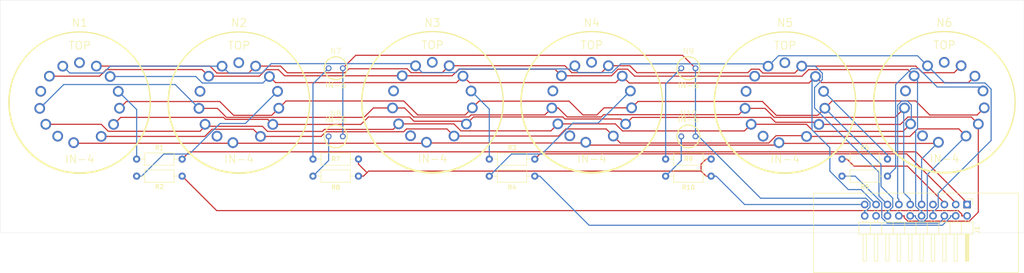
<source format=kicad_pcb>
(kicad_pcb (version 20171130) (host pcbnew "(5.1.10)-1")

  (general
    (thickness 1.6)
    (drawings 4)
    (tracks 491)
    (zones 0)
    (modules 25)
    (nets 29)
  )

  (page A4)
  (title_block
    (title "Nixie-Clock: Nixies")
    (date 2021-12-25)
    (rev 1.0)
    (company "Konrad Mösch")
  )

  (layers
    (0 F.Cu signal)
    (31 B.Cu signal)
    (32 B.Adhes user)
    (33 F.Adhes user)
    (34 B.Paste user)
    (35 F.Paste user)
    (36 B.SilkS user)
    (37 F.SilkS user)
    (38 B.Mask user)
    (39 F.Mask user)
    (40 Dwgs.User user)
    (41 Cmts.User user)
    (42 Eco1.User user)
    (43 Eco2.User user)
    (44 Edge.Cuts user)
    (45 Margin user)
    (46 B.CrtYd user hide)
    (47 F.CrtYd user hide)
    (48 B.Fab user)
    (49 F.Fab user hide)
  )

  (setup
    (last_trace_width 0.25)
    (trace_clearance 0.2)
    (zone_clearance 0.508)
    (zone_45_only no)
    (trace_min 0.2)
    (via_size 0.8)
    (via_drill 0.4)
    (via_min_size 0.4)
    (via_min_drill 0.3)
    (uvia_size 0.3)
    (uvia_drill 0.1)
    (uvias_allowed no)
    (uvia_min_size 0.2)
    (uvia_min_drill 0.1)
    (edge_width 0.05)
    (segment_width 0.2)
    (pcb_text_width 0.3)
    (pcb_text_size 1.5 1.5)
    (mod_edge_width 0.12)
    (mod_text_size 1 1)
    (mod_text_width 0.15)
    (pad_size 1.30556 1.30556)
    (pad_drill 0.79756)
    (pad_to_mask_clearance 0)
    (aux_axis_origin 0 0)
    (visible_elements 7FFFFFFF)
    (pcbplotparams
      (layerselection 0x010fc_ffffffff)
      (usegerberextensions false)
      (usegerberattributes true)
      (usegerberadvancedattributes true)
      (creategerberjobfile true)
      (excludeedgelayer true)
      (linewidth 0.100000)
      (plotframeref false)
      (viasonmask false)
      (mode 1)
      (useauxorigin false)
      (hpglpennumber 1)
      (hpglpenspeed 20)
      (hpglpendiameter 15.000000)
      (psnegative false)
      (psa4output false)
      (plotreference true)
      (plotvalue true)
      (plotinvisibletext false)
      (padsonsilk false)
      (subtractmaskfromsilk false)
      (outputformat 1)
      (mirror false)
      (drillshape 0)
      (scaleselection 1)
      (outputdirectory ""))
  )

  (net 0 "")
  (net 1 /a6)
  (net 2 /a5)
  (net 3 /a4)
  (net 4 /a3)
  (net 5 /a2)
  (net 6 /a1)
  (net 7 /c9)
  (net 8 /c8)
  (net 9 /c7)
  (net 10 /c6)
  (net 11 /c5)
  (net 12 /c4)
  (net 13 /c3)
  (net 14 /c2)
  (net 15 /c1)
  (net 16 /c0)
  (net 17 /dc)
  (net 18 /da)
  (net 19 "Net-(N1-PadA3)")
  (net 20 "Net-(N2-PadA3)")
  (net 21 "Net-(N3-PadA3)")
  (net 22 "Net-(N4-PadA3)")
  (net 23 "Net-(N5-PadA3)")
  (net 24 "Net-(N6-PadA3)")
  (net 25 "Net-(N7-PadA)")
  (net 26 "Net-(N8-PadA)")
  (net 27 "Net-(N9-PadA)")
  (net 28 "Net-(N10-PadA)")

  (net_class Default "This is the default net class."
    (clearance 0.2)
    (trace_width 0.25)
    (via_dia 0.8)
    (via_drill 0.4)
    (uvia_dia 0.3)
    (uvia_drill 0.1)
    (add_net /a1)
    (add_net /a2)
    (add_net /a3)
    (add_net /a4)
    (add_net /a5)
    (add_net /a6)
    (add_net /c0)
    (add_net /c1)
    (add_net /c2)
    (add_net /c3)
    (add_net /c4)
    (add_net /c5)
    (add_net /c6)
    (add_net /c7)
    (add_net /c8)
    (add_net /c9)
    (add_net /da)
    (add_net /dc)
    (add_net "Net-(N1-PadA3)")
    (add_net "Net-(N10-PadA)")
    (add_net "Net-(N2-PadA3)")
    (add_net "Net-(N3-PadA3)")
    (add_net "Net-(N4-PadA3)")
    (add_net "Net-(N5-PadA3)")
    (add_net "Net-(N6-PadA3)")
    (add_net "Net-(N7-PadA)")
    (add_net "Net-(N8-PadA)")
    (add_net "Net-(N9-PadA)")
  )

  (module MountingHole:MountingHole_3.2mm_M3 (layer F.Cu) (tedit 56D1B4CB) (tstamp 61C79E7D)
    (at 243.84 58.42)
    (descr "Mounting Hole 3.2mm, no annular, M3")
    (tags "mounting hole 3.2mm no annular m3")
    (path /61CAE6FB)
    (attr virtual)
    (fp_text reference H4 (at 0 -3.7) (layer F.SilkS) hide
      (effects (font (size 1 1) (thickness 0.15)))
    )
    (fp_text value MountingHole (at 0 3.7) (layer F.Fab)
      (effects (font (size 1 1) (thickness 0.15)))
    )
    (fp_circle (center 0 0) (end 3.45 0) (layer F.CrtYd) (width 0.05))
    (fp_circle (center 0 0) (end 3.2 0) (layer Cmts.User) (width 0.15))
    (fp_text user %R (at 0.3 0) (layer F.Fab)
      (effects (font (size 1 1) (thickness 0.15)))
    )
    (pad 1 np_thru_hole circle (at 0 0) (size 3.2 3.2) (drill 3.2) (layers *.Cu *.Mask))
  )

  (module MountingHole:MountingHole_3.2mm_M3 (layer F.Cu) (tedit 56D1B4CB) (tstamp 61C79E75)
    (at 25.4 58.42)
    (descr "Mounting Hole 3.2mm, no annular, M3")
    (tags "mounting hole 3.2mm no annular m3")
    (path /61CAE12D)
    (attr virtual)
    (fp_text reference H3 (at 0 -3.7) (layer F.SilkS) hide
      (effects (font (size 1 1) (thickness 0.15)))
    )
    (fp_text value MountingHole (at 0 3.7) (layer F.Fab)
      (effects (font (size 1 1) (thickness 0.15)))
    )
    (fp_circle (center 0 0) (end 3.45 0) (layer F.CrtYd) (width 0.05))
    (fp_circle (center 0 0) (end 3.2 0) (layer Cmts.User) (width 0.15))
    (fp_text user %R (at 0.3 0) (layer F.Fab)
      (effects (font (size 1 1) (thickness 0.15)))
    )
    (pad 1 np_thru_hole circle (at 0 0) (size 3.2 3.2) (drill 3.2) (layers *.Cu *.Mask))
  )

  (module MountingHole:MountingHole_3.2mm_M3 (layer F.Cu) (tedit 56D1B4CB) (tstamp 61C79E6D)
    (at 243.84 24.13)
    (descr "Mounting Hole 3.2mm, no annular, M3")
    (tags "mounting hole 3.2mm no annular m3")
    (path /61CADA22)
    (attr virtual)
    (fp_text reference H2 (at 0 -3.7) (layer F.SilkS) hide
      (effects (font (size 1 1) (thickness 0.15)))
    )
    (fp_text value MountingHole (at 0 3.7) (layer F.Fab)
      (effects (font (size 1 1) (thickness 0.15)))
    )
    (fp_circle (center 0 0) (end 3.45 0) (layer F.CrtYd) (width 0.05))
    (fp_circle (center 0 0) (end 3.2 0) (layer Cmts.User) (width 0.15))
    (fp_text user %R (at 0.3 0) (layer F.Fab)
      (effects (font (size 1 1) (thickness 0.15)))
    )
    (pad 1 np_thru_hole circle (at 0 0) (size 3.2 3.2) (drill 3.2) (layers *.Cu *.Mask))
  )

  (module MountingHole:MountingHole_3.2mm_M3 (layer F.Cu) (tedit 56D1B4CB) (tstamp 61C79E65)
    (at 25.4 24.13)
    (descr "Mounting Hole 3.2mm, no annular, M3")
    (tags "mounting hole 3.2mm no annular m3")
    (path /61CACF00)
    (attr virtual)
    (fp_text reference H1 (at 0 -3.7) (layer F.SilkS) hide
      (effects (font (size 1 1) (thickness 0.15)))
    )
    (fp_text value MountingHole (at 0 3.7) (layer F.Fab)
      (effects (font (size 1 1) (thickness 0.15)))
    )
    (fp_circle (center 0 0) (end 3.45 0) (layer F.CrtYd) (width 0.05))
    (fp_circle (center 0 0) (end 3.2 0) (layer Cmts.User) (width 0.15))
    (fp_text user %R (at 0.3 0) (layer F.Fab)
      (effects (font (size 1 1) (thickness 0.15)))
    )
    (pad 1 np_thru_hole circle (at 0 0) (size 3.2 3.2) (drill 3.2) (layers *.Cu *.Mask))
  )

  (module nixies-us:nixies-us-IN-4-DSUB (layer F.Cu) (tedit 200000) (tstamp 61C7D669)
    (at 38.1 41.91)
    (descr "MAY BE USED WITH SOCKET: PL31-P")
    (tags "MAY BE USED WITH SOCKET: PL31-P")
    (path /61C87710)
    (attr virtual)
    (fp_text reference N1 (at 0 -17.78) (layer F.SilkS)
      (effects (font (size 1.778 1.778) (thickness 0.1524)))
    )
    (fp_text value IN-4 (at 0 12.7) (layer F.SilkS)
      (effects (font (size 1.778 1.778) (thickness 0.1524)))
    )
    (fp_circle (center 0 0) (end 0 -15.75308) (layer F.SilkS) (width 0.254))
    (fp_circle (center -0.03302 0.08636) (end -0.03302 -15.73022) (layer F.SilkS) (width 0.254))
    (fp_circle (center -0.03302 0.08636) (end -0.03302 -2.45364) (layer Dwgs.User) (width 0.0254))
    (fp_circle (center 0 0) (end 0 -1.27) (layer B.Mask) (width 2.54))
    (fp_circle (center 0 0) (end 0 -1.27) (layer F.Mask) (width 2.54))
    (fp_circle (center 0 0) (end 0 -2.54) (layer F.Mask) (width 0.0254))
    (fp_text user TOP (at 0 -12.7) (layer F.SilkS)
      (effects (font (size 1.778 1.778) (thickness 0.1524)))
    )
    (pad "" np_thru_hole circle (at -0.03302 0.08636) (size 4.99872 4.99872) (drill 4.99872) (layers *.Cu *.Mask))
    (pad N/C thru_hole circle (at -0.06096 -8.86714) (size 2.39776 2.39776) (drill 1.59766) (layers *.Cu *.Mask))
    (pad A3 thru_hole circle (at 8.60044 -2.45364) (size 2.39776 2.39776) (drill 1.59766) (layers *.Cu *.Mask)
      (net 19 "Net-(N1-PadA3)"))
    (pad A2 thru_hole circle (at -8.70712 -2.46634) (size 2.39776 2.39776) (drill 1.59766) (layers *.Cu *.Mask))
    (pad A1 thru_hole circle (at -4.91744 7.5692) (size 2.39776 2.39776) (drill 1.59766) (layers *.Cu *.Mask))
    (pad 9 thru_hole circle (at 6.78688 -5.77596) (size 2.39776 2.39776) (drill 1.59766) (layers *.Cu *.Mask)
      (net 7 /c9))
    (pad 8 thru_hole circle (at 8.8773 1.3208) (size 2.39776 2.39776) (drill 1.59766) (layers *.Cu *.Mask)
      (net 8 /c8))
    (pad 7 thru_hole circle (at 3.70586 -8.10006) (size 2.39776 2.39776) (drill 1.59766) (layers *.Cu *.Mask)
      (net 9 /c7))
    (pad 6 thru_hole circle (at 7.54634 4.94284) (size 2.39776 2.39776) (drill 1.59766) (layers *.Cu *.Mask)
      (net 10 /c6))
    (pad 5 thru_hole circle (at -7.57682 4.91236) (size 2.39776 2.39776) (drill 1.59766) (layers *.Cu *.Mask)
      (net 11 /c5))
    (pad 4 thru_hole circle (at 4.79298 7.63016) (size 2.39776 2.39776) (drill 1.59766) (layers *.Cu *.Mask)
      (net 12 /c4))
    (pad 3 thru_hole circle (at -8.93572 1.35128) (size 2.39776 2.39776) (drill 1.59766) (layers *.Cu *.Mask)
      (net 13 /c3))
    (pad 2 thru_hole circle (at -6.7818 -5.84708) (size 2.39776 2.39776) (drill 1.59766) (layers *.Cu *.Mask)
      (net 14 /c2))
    (pad 1 thru_hole circle (at -1.36144 9.02462) (size 2.39776 2.39776) (drill 1.59766) (layers *.Cu *.Mask)
      (net 15 /c1))
    (pad 0 thru_hole circle (at -3.79222 -8.08228) (size 2.39776 2.39776) (drill 1.59766) (layers *.Cu *.Mask)
      (net 16 /c0))
  )

  (module nixie-clock:PinHeader_2x10_P2.54mm_Horizontal_with_Interlock (layer F.Cu) (tedit 61C75D48) (tstamp 61C48A0E)
    (at 236.22 64.77 270)
    (descr "Through hole angled pin header, 2x10, 2.54mm pitch, 6mm pin length, double rows")
    (tags "Through hole angled pin header THT 2x10 2.54mm double row")
    (path /61D9E72C)
    (fp_text reference J1 (at 5.655 -2.27 90) (layer F.SilkS)
      (effects (font (size 1 1) (thickness 0.15)))
    )
    (fp_text value Nixies-Connector (at 5.655 25.13 90) (layer F.Fab)
      (effects (font (size 1 1) (thickness 0.15)))
    )
    (fp_line (start 15.24 -11.43) (end 15.24 34.29) (layer F.SilkS) (width 0.12))
    (fp_line (start -2.54 34.29) (end 15.24 34.29) (layer F.SilkS) (width 0.12))
    (fp_line (start -2.54 -11.43) (end -2.54 34.29) (layer F.SilkS) (width 0.12))
    (fp_line (start 15.24 -11.43) (end -2.54 -11.43) (layer F.SilkS) (width 0.12))
    (fp_line (start 4.675 -1.27) (end 6.58 -1.27) (layer F.Fab) (width 0.1))
    (fp_line (start 6.58 -1.27) (end 6.58 24.13) (layer F.Fab) (width 0.1))
    (fp_line (start 6.58 24.13) (end 4.04 24.13) (layer F.Fab) (width 0.1))
    (fp_line (start 4.04 24.13) (end 4.04 -0.635) (layer F.Fab) (width 0.1))
    (fp_line (start 4.04 -0.635) (end 4.675 -1.27) (layer F.Fab) (width 0.1))
    (fp_line (start -0.32 -0.32) (end 4.04 -0.32) (layer F.Fab) (width 0.1))
    (fp_line (start -0.32 -0.32) (end -0.32 0.32) (layer F.Fab) (width 0.1))
    (fp_line (start -0.32 0.32) (end 4.04 0.32) (layer F.Fab) (width 0.1))
    (fp_line (start 6.58 -0.32) (end 12.58 -0.32) (layer F.Fab) (width 0.1))
    (fp_line (start 12.58 -0.32) (end 12.58 0.32) (layer F.Fab) (width 0.1))
    (fp_line (start 6.58 0.32) (end 12.58 0.32) (layer F.Fab) (width 0.1))
    (fp_line (start -0.32 2.22) (end 4.04 2.22) (layer F.Fab) (width 0.1))
    (fp_line (start -0.32 2.22) (end -0.32 2.86) (layer F.Fab) (width 0.1))
    (fp_line (start -0.32 2.86) (end 4.04 2.86) (layer F.Fab) (width 0.1))
    (fp_line (start 6.58 2.22) (end 12.58 2.22) (layer F.Fab) (width 0.1))
    (fp_line (start 12.58 2.22) (end 12.58 2.86) (layer F.Fab) (width 0.1))
    (fp_line (start 6.58 2.86) (end 12.58 2.86) (layer F.Fab) (width 0.1))
    (fp_line (start -0.32 4.76) (end 4.04 4.76) (layer F.Fab) (width 0.1))
    (fp_line (start -0.32 4.76) (end -0.32 5.4) (layer F.Fab) (width 0.1))
    (fp_line (start -0.32 5.4) (end 4.04 5.4) (layer F.Fab) (width 0.1))
    (fp_line (start 6.58 4.76) (end 12.58 4.76) (layer F.Fab) (width 0.1))
    (fp_line (start 12.58 4.76) (end 12.58 5.4) (layer F.Fab) (width 0.1))
    (fp_line (start 6.58 5.4) (end 12.58 5.4) (layer F.Fab) (width 0.1))
    (fp_line (start -0.32 7.3) (end 4.04 7.3) (layer F.Fab) (width 0.1))
    (fp_line (start -0.32 7.3) (end -0.32 7.94) (layer F.Fab) (width 0.1))
    (fp_line (start -0.32 7.94) (end 4.04 7.94) (layer F.Fab) (width 0.1))
    (fp_line (start 6.58 7.3) (end 12.58 7.3) (layer F.Fab) (width 0.1))
    (fp_line (start 12.58 7.3) (end 12.58 7.94) (layer F.Fab) (width 0.1))
    (fp_line (start 6.58 7.94) (end 12.58 7.94) (layer F.Fab) (width 0.1))
    (fp_line (start -0.32 9.84) (end 4.04 9.84) (layer F.Fab) (width 0.1))
    (fp_line (start -0.32 9.84) (end -0.32 10.48) (layer F.Fab) (width 0.1))
    (fp_line (start -0.32 10.48) (end 4.04 10.48) (layer F.Fab) (width 0.1))
    (fp_line (start 6.58 9.84) (end 12.58 9.84) (layer F.Fab) (width 0.1))
    (fp_line (start 12.58 9.84) (end 12.58 10.48) (layer F.Fab) (width 0.1))
    (fp_line (start 6.58 10.48) (end 12.58 10.48) (layer F.Fab) (width 0.1))
    (fp_line (start -0.32 12.38) (end 4.04 12.38) (layer F.Fab) (width 0.1))
    (fp_line (start -0.32 12.38) (end -0.32 13.02) (layer F.Fab) (width 0.1))
    (fp_line (start -0.32 13.02) (end 4.04 13.02) (layer F.Fab) (width 0.1))
    (fp_line (start 6.58 12.38) (end 12.58 12.38) (layer F.Fab) (width 0.1))
    (fp_line (start 12.58 12.38) (end 12.58 13.02) (layer F.Fab) (width 0.1))
    (fp_line (start 6.58 13.02) (end 12.58 13.02) (layer F.Fab) (width 0.1))
    (fp_line (start -0.32 14.92) (end 4.04 14.92) (layer F.Fab) (width 0.1))
    (fp_line (start -0.32 14.92) (end -0.32 15.56) (layer F.Fab) (width 0.1))
    (fp_line (start -0.32 15.56) (end 4.04 15.56) (layer F.Fab) (width 0.1))
    (fp_line (start 6.58 14.92) (end 12.58 14.92) (layer F.Fab) (width 0.1))
    (fp_line (start 12.58 14.92) (end 12.58 15.56) (layer F.Fab) (width 0.1))
    (fp_line (start 6.58 15.56) (end 12.58 15.56) (layer F.Fab) (width 0.1))
    (fp_line (start -0.32 17.46) (end 4.04 17.46) (layer F.Fab) (width 0.1))
    (fp_line (start -0.32 17.46) (end -0.32 18.1) (layer F.Fab) (width 0.1))
    (fp_line (start -0.32 18.1) (end 4.04 18.1) (layer F.Fab) (width 0.1))
    (fp_line (start 6.58 17.46) (end 12.58 17.46) (layer F.Fab) (width 0.1))
    (fp_line (start 12.58 17.46) (end 12.58 18.1) (layer F.Fab) (width 0.1))
    (fp_line (start 6.58 18.1) (end 12.58 18.1) (layer F.Fab) (width 0.1))
    (fp_line (start -0.32 20) (end 4.04 20) (layer F.Fab) (width 0.1))
    (fp_line (start -0.32 20) (end -0.32 20.64) (layer F.Fab) (width 0.1))
    (fp_line (start -0.32 20.64) (end 4.04 20.64) (layer F.Fab) (width 0.1))
    (fp_line (start 6.58 20) (end 12.58 20) (layer F.Fab) (width 0.1))
    (fp_line (start 12.58 20) (end 12.58 20.64) (layer F.Fab) (width 0.1))
    (fp_line (start 6.58 20.64) (end 12.58 20.64) (layer F.Fab) (width 0.1))
    (fp_line (start -0.32 22.54) (end 4.04 22.54) (layer F.Fab) (width 0.1))
    (fp_line (start -0.32 22.54) (end -0.32 23.18) (layer F.Fab) (width 0.1))
    (fp_line (start -0.32 23.18) (end 4.04 23.18) (layer F.Fab) (width 0.1))
    (fp_line (start 6.58 22.54) (end 12.58 22.54) (layer F.Fab) (width 0.1))
    (fp_line (start 12.58 22.54) (end 12.58 23.18) (layer F.Fab) (width 0.1))
    (fp_line (start 6.58 23.18) (end 12.58 23.18) (layer F.Fab) (width 0.1))
    (fp_line (start 3.98 -1.33) (end 3.98 24.19) (layer F.SilkS) (width 0.12))
    (fp_line (start 3.98 24.19) (end 6.64 24.19) (layer F.SilkS) (width 0.12))
    (fp_line (start 6.64 24.19) (end 6.64 -1.33) (layer F.SilkS) (width 0.12))
    (fp_line (start 6.64 -1.33) (end 3.98 -1.33) (layer F.SilkS) (width 0.12))
    (fp_line (start 6.64 -0.38) (end 12.64 -0.38) (layer F.SilkS) (width 0.12))
    (fp_line (start 12.64 -0.38) (end 12.64 0.38) (layer F.SilkS) (width 0.12))
    (fp_line (start 12.64 0.38) (end 6.64 0.38) (layer F.SilkS) (width 0.12))
    (fp_line (start 6.64 -0.32) (end 12.64 -0.32) (layer F.SilkS) (width 0.12))
    (fp_line (start 6.64 -0.2) (end 12.64 -0.2) (layer F.SilkS) (width 0.12))
    (fp_line (start 6.64 -0.08) (end 12.64 -0.08) (layer F.SilkS) (width 0.12))
    (fp_line (start 6.64 0.04) (end 12.64 0.04) (layer F.SilkS) (width 0.12))
    (fp_line (start 6.64 0.16) (end 12.64 0.16) (layer F.SilkS) (width 0.12))
    (fp_line (start 6.64 0.28) (end 12.64 0.28) (layer F.SilkS) (width 0.12))
    (fp_line (start 3.582929 -0.38) (end 3.98 -0.38) (layer F.SilkS) (width 0.12))
    (fp_line (start 3.582929 0.38) (end 3.98 0.38) (layer F.SilkS) (width 0.12))
    (fp_line (start 1.11 -0.38) (end 1.497071 -0.38) (layer F.SilkS) (width 0.12))
    (fp_line (start 1.11 0.38) (end 1.497071 0.38) (layer F.SilkS) (width 0.12))
    (fp_line (start 3.98 1.27) (end 6.64 1.27) (layer F.SilkS) (width 0.12))
    (fp_line (start 6.64 2.16) (end 12.64 2.16) (layer F.SilkS) (width 0.12))
    (fp_line (start 12.64 2.16) (end 12.64 2.92) (layer F.SilkS) (width 0.12))
    (fp_line (start 12.64 2.92) (end 6.64 2.92) (layer F.SilkS) (width 0.12))
    (fp_line (start 3.582929 2.16) (end 3.98 2.16) (layer F.SilkS) (width 0.12))
    (fp_line (start 3.582929 2.92) (end 3.98 2.92) (layer F.SilkS) (width 0.12))
    (fp_line (start 1.042929 2.16) (end 1.497071 2.16) (layer F.SilkS) (width 0.12))
    (fp_line (start 1.042929 2.92) (end 1.497071 2.92) (layer F.SilkS) (width 0.12))
    (fp_line (start 3.98 3.81) (end 6.64 3.81) (layer F.SilkS) (width 0.12))
    (fp_line (start 6.64 4.7) (end 12.64 4.7) (layer F.SilkS) (width 0.12))
    (fp_line (start 12.64 4.7) (end 12.64 5.46) (layer F.SilkS) (width 0.12))
    (fp_line (start 12.64 5.46) (end 6.64 5.46) (layer F.SilkS) (width 0.12))
    (fp_line (start 3.582929 4.7) (end 3.98 4.7) (layer F.SilkS) (width 0.12))
    (fp_line (start 3.582929 5.46) (end 3.98 5.46) (layer F.SilkS) (width 0.12))
    (fp_line (start 1.042929 4.7) (end 1.497071 4.7) (layer F.SilkS) (width 0.12))
    (fp_line (start 1.042929 5.46) (end 1.497071 5.46) (layer F.SilkS) (width 0.12))
    (fp_line (start 3.98 6.35) (end 6.64 6.35) (layer F.SilkS) (width 0.12))
    (fp_line (start 6.64 7.24) (end 12.64 7.24) (layer F.SilkS) (width 0.12))
    (fp_line (start 12.64 7.24) (end 12.64 8) (layer F.SilkS) (width 0.12))
    (fp_line (start 12.64 8) (end 6.64 8) (layer F.SilkS) (width 0.12))
    (fp_line (start 3.582929 7.24) (end 3.98 7.24) (layer F.SilkS) (width 0.12))
    (fp_line (start 3.582929 8) (end 3.98 8) (layer F.SilkS) (width 0.12))
    (fp_line (start 1.042929 7.24) (end 1.497071 7.24) (layer F.SilkS) (width 0.12))
    (fp_line (start 1.042929 8) (end 1.497071 8) (layer F.SilkS) (width 0.12))
    (fp_line (start 3.98 8.89) (end 6.64 8.89) (layer F.SilkS) (width 0.12))
    (fp_line (start 6.64 9.78) (end 12.64 9.78) (layer F.SilkS) (width 0.12))
    (fp_line (start 12.64 9.78) (end 12.64 10.54) (layer F.SilkS) (width 0.12))
    (fp_line (start 12.64 10.54) (end 6.64 10.54) (layer F.SilkS) (width 0.12))
    (fp_line (start 3.582929 9.78) (end 3.98 9.78) (layer F.SilkS) (width 0.12))
    (fp_line (start 3.582929 10.54) (end 3.98 10.54) (layer F.SilkS) (width 0.12))
    (fp_line (start 1.042929 9.78) (end 1.497071 9.78) (layer F.SilkS) (width 0.12))
    (fp_line (start 1.042929 10.54) (end 1.497071 10.54) (layer F.SilkS) (width 0.12))
    (fp_line (start 3.98 11.43) (end 6.64 11.43) (layer F.SilkS) (width 0.12))
    (fp_line (start 6.64 12.32) (end 12.64 12.32) (layer F.SilkS) (width 0.12))
    (fp_line (start 12.64 12.32) (end 12.64 13.08) (layer F.SilkS) (width 0.12))
    (fp_line (start 12.64 13.08) (end 6.64 13.08) (layer F.SilkS) (width 0.12))
    (fp_line (start 3.582929 12.32) (end 3.98 12.32) (layer F.SilkS) (width 0.12))
    (fp_line (start 3.582929 13.08) (end 3.98 13.08) (layer F.SilkS) (width 0.12))
    (fp_line (start 1.042929 12.32) (end 1.497071 12.32) (layer F.SilkS) (width 0.12))
    (fp_line (start 1.042929 13.08) (end 1.497071 13.08) (layer F.SilkS) (width 0.12))
    (fp_line (start 3.98 13.97) (end 6.64 13.97) (layer F.SilkS) (width 0.12))
    (fp_line (start 6.64 14.86) (end 12.64 14.86) (layer F.SilkS) (width 0.12))
    (fp_line (start 12.64 14.86) (end 12.64 15.62) (layer F.SilkS) (width 0.12))
    (fp_line (start 12.64 15.62) (end 6.64 15.62) (layer F.SilkS) (width 0.12))
    (fp_line (start 3.582929 14.86) (end 3.98 14.86) (layer F.SilkS) (width 0.12))
    (fp_line (start 3.582929 15.62) (end 3.98 15.62) (layer F.SilkS) (width 0.12))
    (fp_line (start 1.042929 14.86) (end 1.497071 14.86) (layer F.SilkS) (width 0.12))
    (fp_line (start 1.042929 15.62) (end 1.497071 15.62) (layer F.SilkS) (width 0.12))
    (fp_line (start 3.98 16.51) (end 6.64 16.51) (layer F.SilkS) (width 0.12))
    (fp_line (start 6.64 17.4) (end 12.64 17.4) (layer F.SilkS) (width 0.12))
    (fp_line (start 12.64 17.4) (end 12.64 18.16) (layer F.SilkS) (width 0.12))
    (fp_line (start 12.64 18.16) (end 6.64 18.16) (layer F.SilkS) (width 0.12))
    (fp_line (start 3.582929 17.4) (end 3.98 17.4) (layer F.SilkS) (width 0.12))
    (fp_line (start 3.582929 18.16) (end 3.98 18.16) (layer F.SilkS) (width 0.12))
    (fp_line (start 1.042929 17.4) (end 1.497071 17.4) (layer F.SilkS) (width 0.12))
    (fp_line (start 1.042929 18.16) (end 1.497071 18.16) (layer F.SilkS) (width 0.12))
    (fp_line (start 3.98 19.05) (end 6.64 19.05) (layer F.SilkS) (width 0.12))
    (fp_line (start 6.64 19.94) (end 12.64 19.94) (layer F.SilkS) (width 0.12))
    (fp_line (start 12.64 19.94) (end 12.64 20.7) (layer F.SilkS) (width 0.12))
    (fp_line (start 12.64 20.7) (end 6.64 20.7) (layer F.SilkS) (width 0.12))
    (fp_line (start 3.582929 19.94) (end 3.98 19.94) (layer F.SilkS) (width 0.12))
    (fp_line (start 3.582929 20.7) (end 3.98 20.7) (layer F.SilkS) (width 0.12))
    (fp_line (start 1.042929 19.94) (end 1.497071 19.94) (layer F.SilkS) (width 0.12))
    (fp_line (start 1.042929 20.7) (end 1.497071 20.7) (layer F.SilkS) (width 0.12))
    (fp_line (start 3.98 21.59) (end 6.64 21.59) (layer F.SilkS) (width 0.12))
    (fp_line (start 6.64 22.48) (end 12.64 22.48) (layer F.SilkS) (width 0.12))
    (fp_line (start 12.64 22.48) (end 12.64 23.24) (layer F.SilkS) (width 0.12))
    (fp_line (start 12.64 23.24) (end 6.64 23.24) (layer F.SilkS) (width 0.12))
    (fp_line (start 3.582929 22.48) (end 3.98 22.48) (layer F.SilkS) (width 0.12))
    (fp_line (start 3.582929 23.24) (end 3.98 23.24) (layer F.SilkS) (width 0.12))
    (fp_line (start 1.042929 22.48) (end 1.497071 22.48) (layer F.SilkS) (width 0.12))
    (fp_line (start 1.042929 23.24) (end 1.497071 23.24) (layer F.SilkS) (width 0.12))
    (fp_line (start -1.27 0) (end -1.27 -1.27) (layer F.SilkS) (width 0.12))
    (fp_line (start -1.27 -1.27) (end 0 -1.27) (layer F.SilkS) (width 0.12))
    (fp_line (start -1.8 -1.8) (end -1.8 24.65) (layer F.CrtYd) (width 0.05))
    (fp_line (start -1.8 24.65) (end 13.1 24.65) (layer F.CrtYd) (width 0.05))
    (fp_line (start 13.1 24.65) (end 13.1 -1.8) (layer F.CrtYd) (width 0.05))
    (fp_line (start 13.1 -1.8) (end -1.8 -1.8) (layer F.CrtYd) (width 0.05))
    (fp_text user %R (at 5.31 11.43) (layer F.Fab)
      (effects (font (size 1 1) (thickness 0.15)))
    )
    (pad 20 thru_hole oval (at 2.54 22.86 270) (size 1.7 1.7) (drill 1) (layers *.Cu *.Mask)
      (net 17 /dc))
    (pad 19 thru_hole oval (at 0 22.86 270) (size 1.7 1.7) (drill 1) (layers *.Cu *.Mask)
      (net 18 /da))
    (pad 18 thru_hole oval (at 2.54 20.32 270) (size 1.7 1.7) (drill 1) (layers *.Cu *.Mask))
    (pad 17 thru_hole oval (at 0 20.32 270) (size 1.7 1.7) (drill 1) (layers *.Cu *.Mask)
      (net 7 /c9))
    (pad 16 thru_hole oval (at 2.54 17.78 270) (size 1.7 1.7) (drill 1) (layers *.Cu *.Mask)
      (net 8 /c8))
    (pad 15 thru_hole oval (at 0 17.78 270) (size 1.7 1.7) (drill 1) (layers *.Cu *.Mask)
      (net 9 /c7))
    (pad 14 thru_hole oval (at 2.54 15.24 270) (size 1.7 1.7) (drill 1) (layers *.Cu *.Mask)
      (net 10 /c6))
    (pad 13 thru_hole oval (at 0 15.24 270) (size 1.7 1.7) (drill 1) (layers *.Cu *.Mask)
      (net 11 /c5))
    (pad 12 thru_hole oval (at 2.54 12.7 270) (size 1.7 1.7) (drill 1) (layers *.Cu *.Mask)
      (net 12 /c4))
    (pad 11 thru_hole oval (at 0 12.7 270) (size 1.7 1.7) (drill 1) (layers *.Cu *.Mask)
      (net 13 /c3))
    (pad 10 thru_hole oval (at 2.54 10.16 270) (size 1.7 1.7) (drill 1) (layers *.Cu *.Mask)
      (net 14 /c2))
    (pad 9 thru_hole oval (at 0 10.16 270) (size 1.7 1.7) (drill 1) (layers *.Cu *.Mask)
      (net 15 /c1))
    (pad 8 thru_hole oval (at 2.54 7.62 270) (size 1.7 1.7) (drill 1) (layers *.Cu *.Mask)
      (net 16 /c0))
    (pad 7 thru_hole oval (at 0 7.62 270) (size 1.7 1.7) (drill 1) (layers *.Cu *.Mask))
    (pad 6 thru_hole oval (at 2.54 5.08 270) (size 1.7 1.7) (drill 1) (layers *.Cu *.Mask)
      (net 1 /a6))
    (pad 5 thru_hole oval (at 0 5.08 270) (size 1.7 1.7) (drill 1) (layers *.Cu *.Mask)
      (net 2 /a5))
    (pad 4 thru_hole oval (at 2.54 2.54 270) (size 1.7 1.7) (drill 1) (layers *.Cu *.Mask)
      (net 3 /a4))
    (pad 3 thru_hole oval (at 0 2.54 270) (size 1.7 1.7) (drill 1) (layers *.Cu *.Mask)
      (net 4 /a3))
    (pad 2 thru_hole oval (at 2.54 0 270) (size 1.7 1.7) (drill 1) (layers *.Cu *.Mask)
      (net 5 /a2))
    (pad 1 thru_hole rect (at 0 0 270) (size 1.7 1.7) (drill 1) (layers *.Cu *.Mask)
      (net 6 /a1))
    (model ${KISYS3DMOD}/Connector_PinHeader_2.54mm.3dshapes/PinHeader_2x10_P2.54mm_Horizontal.wrl
      (at (xyz 0 0 0))
      (scale (xyz 1 1 1))
      (rotate (xyz 0 0 0))
    )
  )

  (module Resistor_THT:R_Axial_DIN0207_L6.3mm_D2.5mm_P10.16mm_Horizontal (layer F.Cu) (tedit 5AE5139B) (tstamp 61C4ADDD)
    (at 168.91 58.42)
    (descr "Resistor, Axial_DIN0207 series, Axial, Horizontal, pin pitch=10.16mm, 0.25W = 1/4W, length*diameter=6.3*2.5mm^2, http://cdn-reichelt.de/documents/datenblatt/B400/1_4W%23YAG.pdf")
    (tags "Resistor Axial_DIN0207 series Axial Horizontal pin pitch 10.16mm 0.25W = 1/4W length 6.3mm diameter 2.5mm")
    (path /61E1E3E4)
    (fp_text reference R10 (at 5.08 2.54) (layer F.SilkS)
      (effects (font (size 1 1) (thickness 0.15)))
    )
    (fp_text value 15k (at 5.08 2.37) (layer F.Fab)
      (effects (font (size 1 1) (thickness 0.15)))
    )
    (fp_line (start 11.21 -1.5) (end -1.05 -1.5) (layer F.CrtYd) (width 0.05))
    (fp_line (start 11.21 1.5) (end 11.21 -1.5) (layer F.CrtYd) (width 0.05))
    (fp_line (start -1.05 1.5) (end 11.21 1.5) (layer F.CrtYd) (width 0.05))
    (fp_line (start -1.05 -1.5) (end -1.05 1.5) (layer F.CrtYd) (width 0.05))
    (fp_line (start 9.12 0) (end 8.35 0) (layer F.SilkS) (width 0.12))
    (fp_line (start 1.04 0) (end 1.81 0) (layer F.SilkS) (width 0.12))
    (fp_line (start 8.35 -1.37) (end 1.81 -1.37) (layer F.SilkS) (width 0.12))
    (fp_line (start 8.35 1.37) (end 8.35 -1.37) (layer F.SilkS) (width 0.12))
    (fp_line (start 1.81 1.37) (end 8.35 1.37) (layer F.SilkS) (width 0.12))
    (fp_line (start 1.81 -1.37) (end 1.81 1.37) (layer F.SilkS) (width 0.12))
    (fp_line (start 10.16 0) (end 8.23 0) (layer F.Fab) (width 0.1))
    (fp_line (start 0 0) (end 1.93 0) (layer F.Fab) (width 0.1))
    (fp_line (start 8.23 -1.25) (end 1.93 -1.25) (layer F.Fab) (width 0.1))
    (fp_line (start 8.23 1.25) (end 8.23 -1.25) (layer F.Fab) (width 0.1))
    (fp_line (start 1.93 1.25) (end 8.23 1.25) (layer F.Fab) (width 0.1))
    (fp_line (start 1.93 -1.25) (end 1.93 1.25) (layer F.Fab) (width 0.1))
    (fp_text user %R (at 5.08 0) (layer F.Fab)
      (effects (font (size 1 1) (thickness 0.15)))
    )
    (pad 2 thru_hole oval (at 10.16 0) (size 1.6 1.6) (drill 0.8) (layers *.Cu *.Mask)
      (net 18 /da))
    (pad 1 thru_hole circle (at 0 0) (size 1.6 1.6) (drill 0.8) (layers *.Cu *.Mask)
      (net 28 "Net-(N10-PadA)"))
    (model ${KISYS3DMOD}/Resistor_THT.3dshapes/R_Axial_DIN0207_L6.3mm_D2.5mm_P10.16mm_Horizontal.wrl
      (at (xyz 0 0 0))
      (scale (xyz 1 1 1))
      (rotate (xyz 0 0 0))
    )
  )

  (module Resistor_THT:R_Axial_DIN0207_L6.3mm_D2.5mm_P10.16mm_Horizontal (layer F.Cu) (tedit 5AE5139B) (tstamp 61C4ADC6)
    (at 168.91 54.61)
    (descr "Resistor, Axial_DIN0207 series, Axial, Horizontal, pin pitch=10.16mm, 0.25W = 1/4W, length*diameter=6.3*2.5mm^2, http://cdn-reichelt.de/documents/datenblatt/B400/1_4W%23YAG.pdf")
    (tags "Resistor Axial_DIN0207 series Axial Horizontal pin pitch 10.16mm 0.25W = 1/4W length 6.3mm diameter 2.5mm")
    (path /61E1D1B2)
    (fp_text reference R9 (at 5.08 0) (layer F.SilkS)
      (effects (font (size 1 1) (thickness 0.15)))
    )
    (fp_text value 15k (at 5.08 2.37) (layer F.Fab)
      (effects (font (size 1 1) (thickness 0.15)))
    )
    (fp_line (start 11.21 -1.5) (end -1.05 -1.5) (layer F.CrtYd) (width 0.05))
    (fp_line (start 11.21 1.5) (end 11.21 -1.5) (layer F.CrtYd) (width 0.05))
    (fp_line (start -1.05 1.5) (end 11.21 1.5) (layer F.CrtYd) (width 0.05))
    (fp_line (start -1.05 -1.5) (end -1.05 1.5) (layer F.CrtYd) (width 0.05))
    (fp_line (start 9.12 0) (end 8.35 0) (layer F.SilkS) (width 0.12))
    (fp_line (start 1.04 0) (end 1.81 0) (layer F.SilkS) (width 0.12))
    (fp_line (start 8.35 -1.37) (end 1.81 -1.37) (layer F.SilkS) (width 0.12))
    (fp_line (start 8.35 1.37) (end 8.35 -1.37) (layer F.SilkS) (width 0.12))
    (fp_line (start 1.81 1.37) (end 8.35 1.37) (layer F.SilkS) (width 0.12))
    (fp_line (start 1.81 -1.37) (end 1.81 1.37) (layer F.SilkS) (width 0.12))
    (fp_line (start 10.16 0) (end 8.23 0) (layer F.Fab) (width 0.1))
    (fp_line (start 0 0) (end 1.93 0) (layer F.Fab) (width 0.1))
    (fp_line (start 8.23 -1.25) (end 1.93 -1.25) (layer F.Fab) (width 0.1))
    (fp_line (start 8.23 1.25) (end 8.23 -1.25) (layer F.Fab) (width 0.1))
    (fp_line (start 1.93 1.25) (end 8.23 1.25) (layer F.Fab) (width 0.1))
    (fp_line (start 1.93 -1.25) (end 1.93 1.25) (layer F.Fab) (width 0.1))
    (fp_text user %R (at 5.08 0) (layer F.Fab)
      (effects (font (size 1 1) (thickness 0.15)))
    )
    (pad 2 thru_hole oval (at 10.16 0) (size 1.6 1.6) (drill 0.8) (layers *.Cu *.Mask)
      (net 18 /da))
    (pad 1 thru_hole circle (at 0 0) (size 1.6 1.6) (drill 0.8) (layers *.Cu *.Mask)
      (net 27 "Net-(N9-PadA)"))
    (model ${KISYS3DMOD}/Resistor_THT.3dshapes/R_Axial_DIN0207_L6.3mm_D2.5mm_P10.16mm_Horizontal.wrl
      (at (xyz 0 0 0))
      (scale (xyz 1 1 1))
      (rotate (xyz 0 0 0))
    )
  )

  (module Resistor_THT:R_Axial_DIN0207_L6.3mm_D2.5mm_P10.16mm_Horizontal (layer F.Cu) (tedit 5AE5139B) (tstamp 61C4ADAF)
    (at 90.17 58.42)
    (descr "Resistor, Axial_DIN0207 series, Axial, Horizontal, pin pitch=10.16mm, 0.25W = 1/4W, length*diameter=6.3*2.5mm^2, http://cdn-reichelt.de/documents/datenblatt/B400/1_4W%23YAG.pdf")
    (tags "Resistor Axial_DIN0207 series Axial Horizontal pin pitch 10.16mm 0.25W = 1/4W length 6.3mm diameter 2.5mm")
    (path /61FD4B2F)
    (fp_text reference R8 (at 5.08 2.54) (layer F.SilkS)
      (effects (font (size 1 1) (thickness 0.15)))
    )
    (fp_text value 15k (at 5.08 2.37) (layer F.Fab)
      (effects (font (size 1 1) (thickness 0.15)))
    )
    (fp_line (start 11.21 -1.5) (end -1.05 -1.5) (layer F.CrtYd) (width 0.05))
    (fp_line (start 11.21 1.5) (end 11.21 -1.5) (layer F.CrtYd) (width 0.05))
    (fp_line (start -1.05 1.5) (end 11.21 1.5) (layer F.CrtYd) (width 0.05))
    (fp_line (start -1.05 -1.5) (end -1.05 1.5) (layer F.CrtYd) (width 0.05))
    (fp_line (start 9.12 0) (end 8.35 0) (layer F.SilkS) (width 0.12))
    (fp_line (start 1.04 0) (end 1.81 0) (layer F.SilkS) (width 0.12))
    (fp_line (start 8.35 -1.37) (end 1.81 -1.37) (layer F.SilkS) (width 0.12))
    (fp_line (start 8.35 1.37) (end 8.35 -1.37) (layer F.SilkS) (width 0.12))
    (fp_line (start 1.81 1.37) (end 8.35 1.37) (layer F.SilkS) (width 0.12))
    (fp_line (start 1.81 -1.37) (end 1.81 1.37) (layer F.SilkS) (width 0.12))
    (fp_line (start 10.16 0) (end 8.23 0) (layer F.Fab) (width 0.1))
    (fp_line (start 0 0) (end 1.93 0) (layer F.Fab) (width 0.1))
    (fp_line (start 8.23 -1.25) (end 1.93 -1.25) (layer F.Fab) (width 0.1))
    (fp_line (start 8.23 1.25) (end 8.23 -1.25) (layer F.Fab) (width 0.1))
    (fp_line (start 1.93 1.25) (end 8.23 1.25) (layer F.Fab) (width 0.1))
    (fp_line (start 1.93 -1.25) (end 1.93 1.25) (layer F.Fab) (width 0.1))
    (fp_text user %R (at 5.08 0) (layer F.Fab)
      (effects (font (size 1 1) (thickness 0.15)))
    )
    (pad 2 thru_hole oval (at 10.16 0) (size 1.6 1.6) (drill 0.8) (layers *.Cu *.Mask)
      (net 18 /da))
    (pad 1 thru_hole circle (at 0 0) (size 1.6 1.6) (drill 0.8) (layers *.Cu *.Mask)
      (net 26 "Net-(N8-PadA)"))
    (model ${KISYS3DMOD}/Resistor_THT.3dshapes/R_Axial_DIN0207_L6.3mm_D2.5mm_P10.16mm_Horizontal.wrl
      (at (xyz 0 0 0))
      (scale (xyz 1 1 1))
      (rotate (xyz 0 0 0))
    )
  )

  (module Resistor_THT:R_Axial_DIN0207_L6.3mm_D2.5mm_P10.16mm_Horizontal (layer F.Cu) (tedit 5AE5139B) (tstamp 61C4AD98)
    (at 90.17 54.61)
    (descr "Resistor, Axial_DIN0207 series, Axial, Horizontal, pin pitch=10.16mm, 0.25W = 1/4W, length*diameter=6.3*2.5mm^2, http://cdn-reichelt.de/documents/datenblatt/B400/1_4W%23YAG.pdf")
    (tags "Resistor Axial_DIN0207 series Axial Horizontal pin pitch 10.16mm 0.25W = 1/4W length 6.3mm diameter 2.5mm")
    (path /61FD4450)
    (fp_text reference R7 (at 5.08 0) (layer F.SilkS)
      (effects (font (size 1 1) (thickness 0.15)))
    )
    (fp_text value 15k (at 5.08 2.37) (layer F.Fab)
      (effects (font (size 1 1) (thickness 0.15)))
    )
    (fp_line (start 11.21 -1.5) (end -1.05 -1.5) (layer F.CrtYd) (width 0.05))
    (fp_line (start 11.21 1.5) (end 11.21 -1.5) (layer F.CrtYd) (width 0.05))
    (fp_line (start -1.05 1.5) (end 11.21 1.5) (layer F.CrtYd) (width 0.05))
    (fp_line (start -1.05 -1.5) (end -1.05 1.5) (layer F.CrtYd) (width 0.05))
    (fp_line (start 9.12 0) (end 8.35 0) (layer F.SilkS) (width 0.12))
    (fp_line (start 1.04 0) (end 1.81 0) (layer F.SilkS) (width 0.12))
    (fp_line (start 8.35 -1.37) (end 1.81 -1.37) (layer F.SilkS) (width 0.12))
    (fp_line (start 8.35 1.37) (end 8.35 -1.37) (layer F.SilkS) (width 0.12))
    (fp_line (start 1.81 1.37) (end 8.35 1.37) (layer F.SilkS) (width 0.12))
    (fp_line (start 1.81 -1.37) (end 1.81 1.37) (layer F.SilkS) (width 0.12))
    (fp_line (start 10.16 0) (end 8.23 0) (layer F.Fab) (width 0.1))
    (fp_line (start 0 0) (end 1.93 0) (layer F.Fab) (width 0.1))
    (fp_line (start 8.23 -1.25) (end 1.93 -1.25) (layer F.Fab) (width 0.1))
    (fp_line (start 8.23 1.25) (end 8.23 -1.25) (layer F.Fab) (width 0.1))
    (fp_line (start 1.93 1.25) (end 8.23 1.25) (layer F.Fab) (width 0.1))
    (fp_line (start 1.93 -1.25) (end 1.93 1.25) (layer F.Fab) (width 0.1))
    (fp_text user %R (at 5.08 0) (layer F.Fab)
      (effects (font (size 1 1) (thickness 0.15)))
    )
    (pad 2 thru_hole oval (at 10.16 0) (size 1.6 1.6) (drill 0.8) (layers *.Cu *.Mask)
      (net 18 /da))
    (pad 1 thru_hole circle (at 0 0) (size 1.6 1.6) (drill 0.8) (layers *.Cu *.Mask)
      (net 25 "Net-(N7-PadA)"))
    (model ${KISYS3DMOD}/Resistor_THT.3dshapes/R_Axial_DIN0207_L6.3mm_D2.5mm_P10.16mm_Horizontal.wrl
      (at (xyz 0 0 0))
      (scale (xyz 1 1 1))
      (rotate (xyz 0 0 0))
    )
  )

  (module Resistor_THT:R_Axial_DIN0207_L6.3mm_D2.5mm_P10.16mm_Horizontal (layer F.Cu) (tedit 5AE5139B) (tstamp 61C4AD81)
    (at 218.44 58.42 180)
    (descr "Resistor, Axial_DIN0207 series, Axial, Horizontal, pin pitch=10.16mm, 0.25W = 1/4W, length*diameter=6.3*2.5mm^2, http://cdn-reichelt.de/documents/datenblatt/B400/1_4W%23YAG.pdf")
    (tags "Resistor Axial_DIN0207 series Axial Horizontal pin pitch 10.16mm 0.25W = 1/4W length 6.3mm diameter 2.5mm")
    (path /61C56907)
    (fp_text reference R6 (at 5.08 -2.37) (layer F.SilkS)
      (effects (font (size 1 1) (thickness 0.15)))
    )
    (fp_text value 5k (at 5.08 2.37) (layer F.Fab)
      (effects (font (size 1 1) (thickness 0.15)))
    )
    (fp_line (start 11.21 -1.5) (end -1.05 -1.5) (layer F.CrtYd) (width 0.05))
    (fp_line (start 11.21 1.5) (end 11.21 -1.5) (layer F.CrtYd) (width 0.05))
    (fp_line (start -1.05 1.5) (end 11.21 1.5) (layer F.CrtYd) (width 0.05))
    (fp_line (start -1.05 -1.5) (end -1.05 1.5) (layer F.CrtYd) (width 0.05))
    (fp_line (start 9.12 0) (end 8.35 0) (layer F.SilkS) (width 0.12))
    (fp_line (start 1.04 0) (end 1.81 0) (layer F.SilkS) (width 0.12))
    (fp_line (start 8.35 -1.37) (end 1.81 -1.37) (layer F.SilkS) (width 0.12))
    (fp_line (start 8.35 1.37) (end 8.35 -1.37) (layer F.SilkS) (width 0.12))
    (fp_line (start 1.81 1.37) (end 8.35 1.37) (layer F.SilkS) (width 0.12))
    (fp_line (start 1.81 -1.37) (end 1.81 1.37) (layer F.SilkS) (width 0.12))
    (fp_line (start 10.16 0) (end 8.23 0) (layer F.Fab) (width 0.1))
    (fp_line (start 0 0) (end 1.93 0) (layer F.Fab) (width 0.1))
    (fp_line (start 8.23 -1.25) (end 1.93 -1.25) (layer F.Fab) (width 0.1))
    (fp_line (start 8.23 1.25) (end 8.23 -1.25) (layer F.Fab) (width 0.1))
    (fp_line (start 1.93 1.25) (end 8.23 1.25) (layer F.Fab) (width 0.1))
    (fp_line (start 1.93 -1.25) (end 1.93 1.25) (layer F.Fab) (width 0.1))
    (fp_text user %R (at 5.08 0) (layer F.Fab)
      (effects (font (size 1 1) (thickness 0.15)))
    )
    (pad 2 thru_hole oval (at 10.16 0 180) (size 1.6 1.6) (drill 0.8) (layers *.Cu *.Mask)
      (net 1 /a6))
    (pad 1 thru_hole circle (at 0 0 180) (size 1.6 1.6) (drill 0.8) (layers *.Cu *.Mask)
      (net 24 "Net-(N6-PadA3)"))
    (model ${KISYS3DMOD}/Resistor_THT.3dshapes/R_Axial_DIN0207_L6.3mm_D2.5mm_P10.16mm_Horizontal.wrl
      (at (xyz 0 0 0))
      (scale (xyz 1 1 1))
      (rotate (xyz 0 0 0))
    )
  )

  (module Resistor_THT:R_Axial_DIN0207_L6.3mm_D2.5mm_P10.16mm_Horizontal (layer F.Cu) (tedit 5AE5139B) (tstamp 61C4AD6A)
    (at 218.44 54.61 180)
    (descr "Resistor, Axial_DIN0207 series, Axial, Horizontal, pin pitch=10.16mm, 0.25W = 1/4W, length*diameter=6.3*2.5mm^2, http://cdn-reichelt.de/documents/datenblatt/B400/1_4W%23YAG.pdf")
    (tags "Resistor Axial_DIN0207 series Axial Horizontal pin pitch 10.16mm 0.25W = 1/4W length 6.3mm diameter 2.5mm")
    (path /61C56EB1)
    (fp_text reference R5 (at 5.08 2.54) (layer F.SilkS)
      (effects (font (size 1 1) (thickness 0.15)))
    )
    (fp_text value 5k (at 5.08 2.37) (layer F.Fab)
      (effects (font (size 1 1) (thickness 0.15)))
    )
    (fp_line (start 11.21 -1.5) (end -1.05 -1.5) (layer F.CrtYd) (width 0.05))
    (fp_line (start 11.21 1.5) (end 11.21 -1.5) (layer F.CrtYd) (width 0.05))
    (fp_line (start -1.05 1.5) (end 11.21 1.5) (layer F.CrtYd) (width 0.05))
    (fp_line (start -1.05 -1.5) (end -1.05 1.5) (layer F.CrtYd) (width 0.05))
    (fp_line (start 9.12 0) (end 8.35 0) (layer F.SilkS) (width 0.12))
    (fp_line (start 1.04 0) (end 1.81 0) (layer F.SilkS) (width 0.12))
    (fp_line (start 8.35 -1.37) (end 1.81 -1.37) (layer F.SilkS) (width 0.12))
    (fp_line (start 8.35 1.37) (end 8.35 -1.37) (layer F.SilkS) (width 0.12))
    (fp_line (start 1.81 1.37) (end 8.35 1.37) (layer F.SilkS) (width 0.12))
    (fp_line (start 1.81 -1.37) (end 1.81 1.37) (layer F.SilkS) (width 0.12))
    (fp_line (start 10.16 0) (end 8.23 0) (layer F.Fab) (width 0.1))
    (fp_line (start 0 0) (end 1.93 0) (layer F.Fab) (width 0.1))
    (fp_line (start 8.23 -1.25) (end 1.93 -1.25) (layer F.Fab) (width 0.1))
    (fp_line (start 8.23 1.25) (end 8.23 -1.25) (layer F.Fab) (width 0.1))
    (fp_line (start 1.93 1.25) (end 8.23 1.25) (layer F.Fab) (width 0.1))
    (fp_line (start 1.93 -1.25) (end 1.93 1.25) (layer F.Fab) (width 0.1))
    (fp_text user %R (at 5.08 0) (layer F.Fab)
      (effects (font (size 1 1) (thickness 0.15)))
    )
    (pad 2 thru_hole oval (at 10.16 0 180) (size 1.6 1.6) (drill 0.8) (layers *.Cu *.Mask)
      (net 2 /a5))
    (pad 1 thru_hole circle (at 0 0 180) (size 1.6 1.6) (drill 0.8) (layers *.Cu *.Mask)
      (net 23 "Net-(N5-PadA3)"))
    (model ${KISYS3DMOD}/Resistor_THT.3dshapes/R_Axial_DIN0207_L6.3mm_D2.5mm_P10.16mm_Horizontal.wrl
      (at (xyz 0 0 0))
      (scale (xyz 1 1 1))
      (rotate (xyz 0 0 0))
    )
  )

  (module Resistor_THT:R_Axial_DIN0207_L6.3mm_D2.5mm_P10.16mm_Horizontal (layer F.Cu) (tedit 5AE5139B) (tstamp 61C4AD53)
    (at 129.54 58.42)
    (descr "Resistor, Axial_DIN0207 series, Axial, Horizontal, pin pitch=10.16mm, 0.25W = 1/4W, length*diameter=6.3*2.5mm^2, http://cdn-reichelt.de/documents/datenblatt/B400/1_4W%23YAG.pdf")
    (tags "Resistor Axial_DIN0207 series Axial Horizontal pin pitch 10.16mm 0.25W = 1/4W length 6.3mm diameter 2.5mm")
    (path /61C5700B)
    (fp_text reference R4 (at 5.08 2.54) (layer F.SilkS)
      (effects (font (size 1 1) (thickness 0.15)))
    )
    (fp_text value 5k (at 5.08 2.37) (layer F.Fab)
      (effects (font (size 1 1) (thickness 0.15)))
    )
    (fp_line (start 11.21 -1.5) (end -1.05 -1.5) (layer F.CrtYd) (width 0.05))
    (fp_line (start 11.21 1.5) (end 11.21 -1.5) (layer F.CrtYd) (width 0.05))
    (fp_line (start -1.05 1.5) (end 11.21 1.5) (layer F.CrtYd) (width 0.05))
    (fp_line (start -1.05 -1.5) (end -1.05 1.5) (layer F.CrtYd) (width 0.05))
    (fp_line (start 9.12 0) (end 8.35 0) (layer F.SilkS) (width 0.12))
    (fp_line (start 1.04 0) (end 1.81 0) (layer F.SilkS) (width 0.12))
    (fp_line (start 8.35 -1.37) (end 1.81 -1.37) (layer F.SilkS) (width 0.12))
    (fp_line (start 8.35 1.37) (end 8.35 -1.37) (layer F.SilkS) (width 0.12))
    (fp_line (start 1.81 1.37) (end 8.35 1.37) (layer F.SilkS) (width 0.12))
    (fp_line (start 1.81 -1.37) (end 1.81 1.37) (layer F.SilkS) (width 0.12))
    (fp_line (start 10.16 0) (end 8.23 0) (layer F.Fab) (width 0.1))
    (fp_line (start 0 0) (end 1.93 0) (layer F.Fab) (width 0.1))
    (fp_line (start 8.23 -1.25) (end 1.93 -1.25) (layer F.Fab) (width 0.1))
    (fp_line (start 8.23 1.25) (end 8.23 -1.25) (layer F.Fab) (width 0.1))
    (fp_line (start 1.93 1.25) (end 8.23 1.25) (layer F.Fab) (width 0.1))
    (fp_line (start 1.93 -1.25) (end 1.93 1.25) (layer F.Fab) (width 0.1))
    (fp_text user %R (at 5.08 0) (layer F.Fab)
      (effects (font (size 1 1) (thickness 0.15)))
    )
    (pad 2 thru_hole oval (at 10.16 0) (size 1.6 1.6) (drill 0.8) (layers *.Cu *.Mask)
      (net 3 /a4))
    (pad 1 thru_hole circle (at 0 0) (size 1.6 1.6) (drill 0.8) (layers *.Cu *.Mask)
      (net 22 "Net-(N4-PadA3)"))
    (model ${KISYS3DMOD}/Resistor_THT.3dshapes/R_Axial_DIN0207_L6.3mm_D2.5mm_P10.16mm_Horizontal.wrl
      (at (xyz 0 0 0))
      (scale (xyz 1 1 1))
      (rotate (xyz 0 0 0))
    )
  )

  (module Resistor_THT:R_Axial_DIN0207_L6.3mm_D2.5mm_P10.16mm_Horizontal (layer F.Cu) (tedit 5AE5139B) (tstamp 61C4AD3C)
    (at 139.7 54.61 180)
    (descr "Resistor, Axial_DIN0207 series, Axial, Horizontal, pin pitch=10.16mm, 0.25W = 1/4W, length*diameter=6.3*2.5mm^2, http://cdn-reichelt.de/documents/datenblatt/B400/1_4W%23YAG.pdf")
    (tags "Resistor Axial_DIN0207 series Axial Horizontal pin pitch 10.16mm 0.25W = 1/4W length 6.3mm diameter 2.5mm")
    (path /61C5568D)
    (fp_text reference R3 (at 5.08 2.54) (layer F.SilkS)
      (effects (font (size 1 1) (thickness 0.15)))
    )
    (fp_text value 5k (at 5.08 2.37) (layer F.Fab)
      (effects (font (size 1 1) (thickness 0.15)))
    )
    (fp_line (start 11.21 -1.5) (end -1.05 -1.5) (layer F.CrtYd) (width 0.05))
    (fp_line (start 11.21 1.5) (end 11.21 -1.5) (layer F.CrtYd) (width 0.05))
    (fp_line (start -1.05 1.5) (end 11.21 1.5) (layer F.CrtYd) (width 0.05))
    (fp_line (start -1.05 -1.5) (end -1.05 1.5) (layer F.CrtYd) (width 0.05))
    (fp_line (start 9.12 0) (end 8.35 0) (layer F.SilkS) (width 0.12))
    (fp_line (start 1.04 0) (end 1.81 0) (layer F.SilkS) (width 0.12))
    (fp_line (start 8.35 -1.37) (end 1.81 -1.37) (layer F.SilkS) (width 0.12))
    (fp_line (start 8.35 1.37) (end 8.35 -1.37) (layer F.SilkS) (width 0.12))
    (fp_line (start 1.81 1.37) (end 8.35 1.37) (layer F.SilkS) (width 0.12))
    (fp_line (start 1.81 -1.37) (end 1.81 1.37) (layer F.SilkS) (width 0.12))
    (fp_line (start 10.16 0) (end 8.23 0) (layer F.Fab) (width 0.1))
    (fp_line (start 0 0) (end 1.93 0) (layer F.Fab) (width 0.1))
    (fp_line (start 8.23 -1.25) (end 1.93 -1.25) (layer F.Fab) (width 0.1))
    (fp_line (start 8.23 1.25) (end 8.23 -1.25) (layer F.Fab) (width 0.1))
    (fp_line (start 1.93 1.25) (end 8.23 1.25) (layer F.Fab) (width 0.1))
    (fp_line (start 1.93 -1.25) (end 1.93 1.25) (layer F.Fab) (width 0.1))
    (fp_text user %R (at 5.08 0) (layer F.Fab)
      (effects (font (size 1 1) (thickness 0.15)))
    )
    (pad 2 thru_hole oval (at 10.16 0 180) (size 1.6 1.6) (drill 0.8) (layers *.Cu *.Mask)
      (net 21 "Net-(N3-PadA3)"))
    (pad 1 thru_hole circle (at 0 0 180) (size 1.6 1.6) (drill 0.8) (layers *.Cu *.Mask)
      (net 4 /a3))
    (model ${KISYS3DMOD}/Resistor_THT.3dshapes/R_Axial_DIN0207_L6.3mm_D2.5mm_P10.16mm_Horizontal.wrl
      (at (xyz 0 0 0))
      (scale (xyz 1 1 1))
      (rotate (xyz 0 0 0))
    )
  )

  (module Resistor_THT:R_Axial_DIN0207_L6.3mm_D2.5mm_P10.16mm_Horizontal (layer F.Cu) (tedit 5AE5139B) (tstamp 61C4AD25)
    (at 60.96 58.42 180)
    (descr "Resistor, Axial_DIN0207 series, Axial, Horizontal, pin pitch=10.16mm, 0.25W = 1/4W, length*diameter=6.3*2.5mm^2, http://cdn-reichelt.de/documents/datenblatt/B400/1_4W%23YAG.pdf")
    (tags "Resistor Axial_DIN0207 series Axial Horizontal pin pitch 10.16mm 0.25W = 1/4W length 6.3mm diameter 2.5mm")
    (path /61C564C8)
    (fp_text reference R2 (at 5.08 -2.37) (layer F.SilkS)
      (effects (font (size 1 1) (thickness 0.15)))
    )
    (fp_text value 5k (at 5.08 2.37) (layer F.Fab)
      (effects (font (size 1 1) (thickness 0.15)))
    )
    (fp_line (start 11.21 -1.5) (end -1.05 -1.5) (layer F.CrtYd) (width 0.05))
    (fp_line (start 11.21 1.5) (end 11.21 -1.5) (layer F.CrtYd) (width 0.05))
    (fp_line (start -1.05 1.5) (end 11.21 1.5) (layer F.CrtYd) (width 0.05))
    (fp_line (start -1.05 -1.5) (end -1.05 1.5) (layer F.CrtYd) (width 0.05))
    (fp_line (start 9.12 0) (end 8.35 0) (layer F.SilkS) (width 0.12))
    (fp_line (start 1.04 0) (end 1.81 0) (layer F.SilkS) (width 0.12))
    (fp_line (start 8.35 -1.37) (end 1.81 -1.37) (layer F.SilkS) (width 0.12))
    (fp_line (start 8.35 1.37) (end 8.35 -1.37) (layer F.SilkS) (width 0.12))
    (fp_line (start 1.81 1.37) (end 8.35 1.37) (layer F.SilkS) (width 0.12))
    (fp_line (start 1.81 -1.37) (end 1.81 1.37) (layer F.SilkS) (width 0.12))
    (fp_line (start 10.16 0) (end 8.23 0) (layer F.Fab) (width 0.1))
    (fp_line (start 0 0) (end 1.93 0) (layer F.Fab) (width 0.1))
    (fp_line (start 8.23 -1.25) (end 1.93 -1.25) (layer F.Fab) (width 0.1))
    (fp_line (start 8.23 1.25) (end 8.23 -1.25) (layer F.Fab) (width 0.1))
    (fp_line (start 1.93 1.25) (end 8.23 1.25) (layer F.Fab) (width 0.1))
    (fp_line (start 1.93 -1.25) (end 1.93 1.25) (layer F.Fab) (width 0.1))
    (fp_text user %R (at 5.08 0) (layer F.Fab)
      (effects (font (size 1 1) (thickness 0.15)))
    )
    (pad 2 thru_hole oval (at 10.16 0 180) (size 1.6 1.6) (drill 0.8) (layers *.Cu *.Mask)
      (net 20 "Net-(N2-PadA3)"))
    (pad 1 thru_hole circle (at 0 0 180) (size 1.6 1.6) (drill 0.8) (layers *.Cu *.Mask)
      (net 5 /a2))
    (model ${KISYS3DMOD}/Resistor_THT.3dshapes/R_Axial_DIN0207_L6.3mm_D2.5mm_P10.16mm_Horizontal.wrl
      (at (xyz 0 0 0))
      (scale (xyz 1 1 1))
      (rotate (xyz 0 0 0))
    )
  )

  (module Resistor_THT:R_Axial_DIN0207_L6.3mm_D2.5mm_P10.16mm_Horizontal (layer F.Cu) (tedit 5AE5139B) (tstamp 61C4AD0E)
    (at 60.96 54.61 180)
    (descr "Resistor, Axial_DIN0207 series, Axial, Horizontal, pin pitch=10.16mm, 0.25W = 1/4W, length*diameter=6.3*2.5mm^2, http://cdn-reichelt.de/documents/datenblatt/B400/1_4W%23YAG.pdf")
    (tags "Resistor Axial_DIN0207 series Axial Horizontal pin pitch 10.16mm 0.25W = 1/4W length 6.3mm diameter 2.5mm")
    (path /61C567D1)
    (fp_text reference R1 (at 5.08 2.54) (layer F.SilkS)
      (effects (font (size 1 1) (thickness 0.15)))
    )
    (fp_text value 5k (at 5.08 2.37) (layer F.Fab)
      (effects (font (size 1 1) (thickness 0.15)))
    )
    (fp_line (start 11.21 -1.5) (end -1.05 -1.5) (layer F.CrtYd) (width 0.05))
    (fp_line (start 11.21 1.5) (end 11.21 -1.5) (layer F.CrtYd) (width 0.05))
    (fp_line (start -1.05 1.5) (end 11.21 1.5) (layer F.CrtYd) (width 0.05))
    (fp_line (start -1.05 -1.5) (end -1.05 1.5) (layer F.CrtYd) (width 0.05))
    (fp_line (start 9.12 0) (end 8.35 0) (layer F.SilkS) (width 0.12))
    (fp_line (start 1.04 0) (end 1.81 0) (layer F.SilkS) (width 0.12))
    (fp_line (start 8.35 -1.37) (end 1.81 -1.37) (layer F.SilkS) (width 0.12))
    (fp_line (start 8.35 1.37) (end 8.35 -1.37) (layer F.SilkS) (width 0.12))
    (fp_line (start 1.81 1.37) (end 8.35 1.37) (layer F.SilkS) (width 0.12))
    (fp_line (start 1.81 -1.37) (end 1.81 1.37) (layer F.SilkS) (width 0.12))
    (fp_line (start 10.16 0) (end 8.23 0) (layer F.Fab) (width 0.1))
    (fp_line (start 0 0) (end 1.93 0) (layer F.Fab) (width 0.1))
    (fp_line (start 8.23 -1.25) (end 1.93 -1.25) (layer F.Fab) (width 0.1))
    (fp_line (start 8.23 1.25) (end 8.23 -1.25) (layer F.Fab) (width 0.1))
    (fp_line (start 1.93 1.25) (end 8.23 1.25) (layer F.Fab) (width 0.1))
    (fp_line (start 1.93 -1.25) (end 1.93 1.25) (layer F.Fab) (width 0.1))
    (fp_text user %R (at 5.08 0) (layer F.Fab)
      (effects (font (size 1 1) (thickness 0.15)))
    )
    (pad 2 thru_hole oval (at 10.16 0 180) (size 1.6 1.6) (drill 0.8) (layers *.Cu *.Mask)
      (net 19 "Net-(N1-PadA3)"))
    (pad 1 thru_hole circle (at 0 0 180) (size 1.6 1.6) (drill 0.8) (layers *.Cu *.Mask)
      (net 6 /a1))
    (model ${KISYS3DMOD}/Resistor_THT.3dshapes/R_Axial_DIN0207_L6.3mm_D2.5mm_P10.16mm_Horizontal.wrl
      (at (xyz 0 0 0))
      (scale (xyz 1 1 1))
      (rotate (xyz 0 0 0))
    )
  )

  (module nixies-us:nixies-us-IN-4-DSUB (layer F.Cu) (tedit 200000) (tstamp 61C464A9)
    (at 152.433 41.8236)
    (descr "MAY BE USED WITH SOCKET: PL31-P")
    (tags "MAY BE USED WITH SOCKET: PL31-P")
    (path /61CAC7D4)
    (attr virtual)
    (fp_text reference N4 (at -0.033 -17.6936) (layer F.SilkS)
      (effects (font (size 1.778 1.778) (thickness 0.1524)))
    )
    (fp_text value IN-4 (at 0 12.7) (layer F.SilkS)
      (effects (font (size 1.778 1.778) (thickness 0.1524)))
    )
    (fp_circle (center 0 0) (end 0 -15.75308) (layer F.SilkS) (width 0.254))
    (fp_circle (center -0.03302 0.08636) (end -0.03302 -15.73022) (layer F.SilkS) (width 0.254))
    (fp_circle (center -0.03302 0.08636) (end -0.03302 -2.45364) (layer Dwgs.User) (width 0.0254))
    (fp_circle (center 0 0) (end 0 -1.27) (layer B.Mask) (width 2.54))
    (fp_circle (center 0 0) (end 0 -1.27) (layer F.Mask) (width 2.54))
    (fp_circle (center 0 0) (end 0 -2.54) (layer F.Mask) (width 0.0254))
    (fp_text user TOP (at 0 -12.7) (layer F.SilkS)
      (effects (font (size 1.778 1.778) (thickness 0.1524)))
    )
    (pad "" np_thru_hole circle (at -0.03302 0.08636) (size 4.99872 4.99872) (drill 4.99872) (layers *.Cu *.Mask))
    (pad N/C thru_hole circle (at -0.06096 -8.86714) (size 2.39776 2.39776) (drill 1.59766) (layers *.Cu *.Mask))
    (pad A3 thru_hole circle (at 8.60044 -2.45364) (size 2.39776 2.39776) (drill 1.59766) (layers *.Cu *.Mask)
      (net 22 "Net-(N4-PadA3)"))
    (pad A2 thru_hole circle (at -8.70712 -2.46634) (size 2.39776 2.39776) (drill 1.59766) (layers *.Cu *.Mask))
    (pad A1 thru_hole circle (at -4.91744 7.5692) (size 2.39776 2.39776) (drill 1.59766) (layers *.Cu *.Mask))
    (pad 9 thru_hole circle (at 6.78688 -5.77596) (size 2.39776 2.39776) (drill 1.59766) (layers *.Cu *.Mask)
      (net 7 /c9))
    (pad 8 thru_hole circle (at 8.8773 1.3208) (size 2.39776 2.39776) (drill 1.59766) (layers *.Cu *.Mask)
      (net 8 /c8))
    (pad 7 thru_hole circle (at 3.70586 -8.10006) (size 2.39776 2.39776) (drill 1.59766) (layers *.Cu *.Mask)
      (net 9 /c7))
    (pad 6 thru_hole circle (at 7.54634 4.94284) (size 2.39776 2.39776) (drill 1.59766) (layers *.Cu *.Mask)
      (net 10 /c6))
    (pad 5 thru_hole circle (at -7.57682 4.91236) (size 2.39776 2.39776) (drill 1.59766) (layers *.Cu *.Mask)
      (net 11 /c5))
    (pad 4 thru_hole circle (at 4.79298 7.63016) (size 2.39776 2.39776) (drill 1.59766) (layers *.Cu *.Mask)
      (net 12 /c4))
    (pad 3 thru_hole circle (at -8.93572 1.35128) (size 2.39776 2.39776) (drill 1.59766) (layers *.Cu *.Mask)
      (net 13 /c3))
    (pad 2 thru_hole circle (at -6.7818 -5.84708) (size 2.39776 2.39776) (drill 1.59766) (layers *.Cu *.Mask)
      (net 14 /c2))
    (pad 1 thru_hole circle (at -1.36144 9.02462) (size 2.39776 2.39776) (drill 1.59766) (layers *.Cu *.Mask)
      (net 15 /c1))
    (pad 0 thru_hole circle (at -3.79222 -8.08228) (size 2.39776 2.39776) (drill 1.59766) (layers *.Cu *.Mask)
      (net 16 /c0))
  )

  (module nixies-us:nixies-us-IN-4-DSUB (layer F.Cu) (tedit 200000) (tstamp 61C46475)
    (at 73.66 41.91)
    (descr "MAY BE USED WITH SOCKET: PL31-P")
    (tags "MAY BE USED WITH SOCKET: PL31-P")
    (path /61CA8401)
    (attr virtual)
    (fp_text reference N2 (at 0 -17.78) (layer F.SilkS)
      (effects (font (size 1.778 1.778) (thickness 0.1524)))
    )
    (fp_text value IN-4 (at 0 12.7) (layer F.SilkS)
      (effects (font (size 1.778 1.778) (thickness 0.1524)))
    )
    (fp_circle (center 0 0) (end 0 -15.75308) (layer F.SilkS) (width 0.254))
    (fp_circle (center -0.03302 0.08636) (end -0.03302 -15.73022) (layer F.SilkS) (width 0.254))
    (fp_circle (center -0.03302 0.08636) (end -0.03302 -2.45364) (layer Dwgs.User) (width 0.0254))
    (fp_circle (center 0 0) (end 0 -1.27) (layer B.Mask) (width 2.54))
    (fp_circle (center 0 0) (end 0 -1.27) (layer F.Mask) (width 2.54))
    (fp_circle (center 0 0) (end 0 -2.54) (layer F.Mask) (width 0.0254))
    (fp_text user TOP (at 0 -12.7) (layer F.SilkS)
      (effects (font (size 1.778 1.778) (thickness 0.1524)))
    )
    (pad "" np_thru_hole circle (at -0.03302 0.08636) (size 4.99872 4.99872) (drill 4.99872) (layers *.Cu *.Mask))
    (pad N/C thru_hole circle (at -0.06096 -8.86714) (size 2.39776 2.39776) (drill 1.59766) (layers *.Cu *.Mask))
    (pad A3 thru_hole circle (at 8.60044 -2.45364) (size 2.39776 2.39776) (drill 1.59766) (layers *.Cu *.Mask)
      (net 20 "Net-(N2-PadA3)"))
    (pad A2 thru_hole circle (at -8.70712 -2.46634) (size 2.39776 2.39776) (drill 1.59766) (layers *.Cu *.Mask))
    (pad A1 thru_hole circle (at -4.91744 7.5692) (size 2.39776 2.39776) (drill 1.59766) (layers *.Cu *.Mask))
    (pad 9 thru_hole circle (at 6.78688 -5.77596) (size 2.39776 2.39776) (drill 1.59766) (layers *.Cu *.Mask)
      (net 7 /c9))
    (pad 8 thru_hole circle (at 8.8773 1.3208) (size 2.39776 2.39776) (drill 1.59766) (layers *.Cu *.Mask)
      (net 8 /c8))
    (pad 7 thru_hole circle (at 3.70586 -8.10006) (size 2.39776 2.39776) (drill 1.59766) (layers *.Cu *.Mask)
      (net 9 /c7))
    (pad 6 thru_hole circle (at 7.54634 4.94284) (size 2.39776 2.39776) (drill 1.59766) (layers *.Cu *.Mask)
      (net 10 /c6))
    (pad 5 thru_hole circle (at -7.57682 4.91236) (size 2.39776 2.39776) (drill 1.59766) (layers *.Cu *.Mask)
      (net 11 /c5))
    (pad 4 thru_hole circle (at 4.79298 7.63016) (size 2.39776 2.39776) (drill 1.59766) (layers *.Cu *.Mask)
      (net 12 /c4))
    (pad 3 thru_hole circle (at -8.93572 1.35128) (size 2.39776 2.39776) (drill 1.59766) (layers *.Cu *.Mask)
      (net 13 /c3))
    (pad 2 thru_hole circle (at -6.7818 -5.84708) (size 2.39776 2.39776) (drill 1.59766) (layers *.Cu *.Mask)
      (net 14 /c2))
    (pad 1 thru_hole circle (at -1.36144 9.02462) (size 2.39776 2.39776) (drill 1.59766) (layers *.Cu *.Mask)
      (net 15 /c1))
    (pad 0 thru_hole circle (at -3.79222 -8.08228) (size 2.39776 2.39776) (drill 1.59766) (layers *.Cu *.Mask)
      (net 16 /c0))
  )

  (module nixies-us:nixies-us-IN-4-DSUB (layer F.Cu) (tedit 200000) (tstamp 61C4648F)
    (at 116.873 41.8236)
    (descr "MAY BE USED WITH SOCKET: PL31-P")
    (tags "MAY BE USED WITH SOCKET: PL31-P")
    (path /61CAC5E2)
    (attr virtual)
    (fp_text reference N3 (at -0.033 -17.6936) (layer F.SilkS)
      (effects (font (size 1.778 1.778) (thickness 0.1524)))
    )
    (fp_text value IN-4 (at 0 12.7) (layer F.SilkS)
      (effects (font (size 1.778 1.778) (thickness 0.1524)))
    )
    (fp_circle (center 0 0) (end 0 -2.54) (layer F.Mask) (width 0.0254))
    (fp_circle (center 0 0) (end 0 -1.27) (layer F.Mask) (width 2.54))
    (fp_circle (center 0 0) (end 0 -1.27) (layer B.Mask) (width 2.54))
    (fp_circle (center -0.03302 0.08636) (end -0.03302 -2.45364) (layer Dwgs.User) (width 0.0254))
    (fp_circle (center -0.03302 0.08636) (end -0.03302 -15.73022) (layer F.SilkS) (width 0.254))
    (fp_circle (center 0 0) (end 0 -15.75308) (layer F.SilkS) (width 0.254))
    (fp_text user TOP (at 0 -12.7) (layer F.SilkS)
      (effects (font (size 1.778 1.778) (thickness 0.1524)))
    )
    (pad 0 thru_hole circle (at -3.79222 -8.08228) (size 2.39776 2.39776) (drill 1.59766) (layers *.Cu *.Mask)
      (net 16 /c0))
    (pad 1 thru_hole circle (at -1.36144 9.02462) (size 2.39776 2.39776) (drill 1.59766) (layers *.Cu *.Mask)
      (net 15 /c1))
    (pad 2 thru_hole circle (at -6.7818 -5.84708) (size 2.39776 2.39776) (drill 1.59766) (layers *.Cu *.Mask)
      (net 14 /c2))
    (pad 3 thru_hole circle (at -8.93572 1.35128) (size 2.39776 2.39776) (drill 1.59766) (layers *.Cu *.Mask)
      (net 13 /c3))
    (pad 4 thru_hole circle (at 4.79298 7.63016) (size 2.39776 2.39776) (drill 1.59766) (layers *.Cu *.Mask)
      (net 12 /c4))
    (pad 5 thru_hole circle (at -7.57682 4.91236) (size 2.39776 2.39776) (drill 1.59766) (layers *.Cu *.Mask)
      (net 11 /c5))
    (pad 6 thru_hole circle (at 7.54634 4.94284) (size 2.39776 2.39776) (drill 1.59766) (layers *.Cu *.Mask)
      (net 10 /c6))
    (pad 7 thru_hole circle (at 3.70586 -8.10006) (size 2.39776 2.39776) (drill 1.59766) (layers *.Cu *.Mask)
      (net 9 /c7))
    (pad 8 thru_hole circle (at 8.8773 1.3208) (size 2.39776 2.39776) (drill 1.59766) (layers *.Cu *.Mask)
      (net 8 /c8))
    (pad 9 thru_hole circle (at 6.78688 -5.77596) (size 2.39776 2.39776) (drill 1.59766) (layers *.Cu *.Mask)
      (net 7 /c9))
    (pad A1 thru_hole circle (at -4.91744 7.5692) (size 2.39776 2.39776) (drill 1.59766) (layers *.Cu *.Mask))
    (pad A2 thru_hole circle (at -8.70712 -2.46634) (size 2.39776 2.39776) (drill 1.59766) (layers *.Cu *.Mask))
    (pad A3 thru_hole circle (at 8.60044 -2.45364) (size 2.39776 2.39776) (drill 1.59766) (layers *.Cu *.Mask)
      (net 21 "Net-(N3-PadA3)"))
    (pad N/C thru_hole circle (at -0.06096 -8.86714) (size 2.39776 2.39776) (drill 1.59766) (layers *.Cu *.Mask))
    (pad "" np_thru_hole circle (at -0.03302 0.08636) (size 4.99872 4.99872) (drill 4.99872) (layers *.Cu *.Mask))
  )

  (module nixies-us:nixies-us-IN-4-DSUB (layer F.Cu) (tedit 200000) (tstamp 61C464C3)
    (at 195.58 41.91)
    (descr "MAY BE USED WITH SOCKET: PL31-P")
    (tags "MAY BE USED WITH SOCKET: PL31-P")
    (path /61D07B84)
    (attr virtual)
    (fp_text reference N5 (at 0 -17.78) (layer F.SilkS)
      (effects (font (size 1.778 1.778) (thickness 0.1524)))
    )
    (fp_text value IN-4 (at 0 12.7) (layer F.SilkS)
      (effects (font (size 1.778 1.778) (thickness 0.1524)))
    )
    (fp_circle (center 0 0) (end 0 -2.54) (layer F.Mask) (width 0.0254))
    (fp_circle (center 0 0) (end 0 -1.27) (layer F.Mask) (width 2.54))
    (fp_circle (center 0 0) (end 0 -1.27) (layer B.Mask) (width 2.54))
    (fp_circle (center -0.03302 0.08636) (end -0.03302 -2.45364) (layer Dwgs.User) (width 0.0254))
    (fp_circle (center -0.03302 0.08636) (end -0.03302 -15.73022) (layer F.SilkS) (width 0.254))
    (fp_circle (center 0 0) (end 0 -15.75308) (layer F.SilkS) (width 0.254))
    (fp_text user TOP (at 0 -12.7) (layer F.SilkS)
      (effects (font (size 1.778 1.778) (thickness 0.1524)))
    )
    (pad 0 thru_hole circle (at -3.79222 -8.08228) (size 2.39776 2.39776) (drill 1.59766) (layers *.Cu *.Mask)
      (net 16 /c0))
    (pad 1 thru_hole circle (at -1.36144 9.02462) (size 2.39776 2.39776) (drill 1.59766) (layers *.Cu *.Mask)
      (net 15 /c1))
    (pad 2 thru_hole circle (at -6.7818 -5.84708) (size 2.39776 2.39776) (drill 1.59766) (layers *.Cu *.Mask)
      (net 14 /c2))
    (pad 3 thru_hole circle (at -8.93572 1.35128) (size 2.39776 2.39776) (drill 1.59766) (layers *.Cu *.Mask)
      (net 13 /c3))
    (pad 4 thru_hole circle (at 4.79298 7.63016) (size 2.39776 2.39776) (drill 1.59766) (layers *.Cu *.Mask)
      (net 12 /c4))
    (pad 5 thru_hole circle (at -7.57682 4.91236) (size 2.39776 2.39776) (drill 1.59766) (layers *.Cu *.Mask)
      (net 11 /c5))
    (pad 6 thru_hole circle (at 7.54634 4.94284) (size 2.39776 2.39776) (drill 1.59766) (layers *.Cu *.Mask)
      (net 10 /c6))
    (pad 7 thru_hole circle (at 3.70586 -8.10006) (size 2.39776 2.39776) (drill 1.59766) (layers *.Cu *.Mask)
      (net 9 /c7))
    (pad 8 thru_hole circle (at 8.8773 1.3208) (size 2.39776 2.39776) (drill 1.59766) (layers *.Cu *.Mask)
      (net 8 /c8))
    (pad 9 thru_hole circle (at 6.78688 -5.77596) (size 2.39776 2.39776) (drill 1.59766) (layers *.Cu *.Mask)
      (net 7 /c9))
    (pad A1 thru_hole circle (at -4.91744 7.5692) (size 2.39776 2.39776) (drill 1.59766) (layers *.Cu *.Mask))
    (pad A2 thru_hole circle (at -8.70712 -2.46634) (size 2.39776 2.39776) (drill 1.59766) (layers *.Cu *.Mask))
    (pad A3 thru_hole circle (at 8.60044 -2.45364) (size 2.39776 2.39776) (drill 1.59766) (layers *.Cu *.Mask)
      (net 23 "Net-(N5-PadA3)"))
    (pad N/C thru_hole circle (at -0.06096 -8.86714) (size 2.39776 2.39776) (drill 1.59766) (layers *.Cu *.Mask))
    (pad "" np_thru_hole circle (at -0.03302 0.08636) (size 4.99872 4.99872) (drill 4.99872) (layers *.Cu *.Mask))
  )

  (module nixies-us:nixies-us-IN-4-DSUB (layer F.Cu) (tedit 200000) (tstamp 61C464DD)
    (at 231.173 41.8236)
    (descr "MAY BE USED WITH SOCKET: PL31-P")
    (tags "MAY BE USED WITH SOCKET: PL31-P")
    (path /61D07B8A)
    (attr virtual)
    (fp_text reference N6 (at -0.033 -17.6936) (layer F.SilkS)
      (effects (font (size 1.778 1.778) (thickness 0.1524)))
    )
    (fp_text value IN-4 (at 0 12.7) (layer F.SilkS)
      (effects (font (size 1.778 1.778) (thickness 0.1524)))
    )
    (fp_circle (center 0 0) (end 0 -15.75308) (layer F.SilkS) (width 0.254))
    (fp_circle (center -0.03302 0.08636) (end -0.03302 -15.73022) (layer F.SilkS) (width 0.254))
    (fp_circle (center -0.03302 0.08636) (end -0.03302 -2.45364) (layer Dwgs.User) (width 0.0254))
    (fp_circle (center 0 0) (end 0 -1.27) (layer B.Mask) (width 2.54))
    (fp_circle (center 0 0) (end 0 -1.27) (layer F.Mask) (width 2.54))
    (fp_circle (center 0 0) (end 0 -2.54) (layer F.Mask) (width 0.0254))
    (fp_text user TOP (at 0 -12.7) (layer F.SilkS)
      (effects (font (size 1.778 1.778) (thickness 0.1524)))
    )
    (pad "" np_thru_hole circle (at -0.03302 0.08636) (size 4.99872 4.99872) (drill 4.99872) (layers *.Cu *.Mask))
    (pad N/C thru_hole circle (at -0.06096 -8.86714) (size 2.39776 2.39776) (drill 1.59766) (layers *.Cu *.Mask))
    (pad A3 thru_hole circle (at 8.60044 -2.45364) (size 2.39776 2.39776) (drill 1.59766) (layers *.Cu *.Mask)
      (net 24 "Net-(N6-PadA3)"))
    (pad A2 thru_hole circle (at -8.70712 -2.46634) (size 2.39776 2.39776) (drill 1.59766) (layers *.Cu *.Mask))
    (pad A1 thru_hole circle (at -4.91744 7.5692) (size 2.39776 2.39776) (drill 1.59766) (layers *.Cu *.Mask))
    (pad 9 thru_hole circle (at 6.78688 -5.77596) (size 2.39776 2.39776) (drill 1.59766) (layers *.Cu *.Mask)
      (net 7 /c9))
    (pad 8 thru_hole circle (at 8.8773 1.3208) (size 2.39776 2.39776) (drill 1.59766) (layers *.Cu *.Mask)
      (net 8 /c8))
    (pad 7 thru_hole circle (at 3.70586 -8.10006) (size 2.39776 2.39776) (drill 1.59766) (layers *.Cu *.Mask)
      (net 9 /c7))
    (pad 6 thru_hole circle (at 7.54634 4.94284) (size 2.39776 2.39776) (drill 1.59766) (layers *.Cu *.Mask)
      (net 10 /c6))
    (pad 5 thru_hole circle (at -7.57682 4.91236) (size 2.39776 2.39776) (drill 1.59766) (layers *.Cu *.Mask)
      (net 11 /c5))
    (pad 4 thru_hole circle (at 4.79298 7.63016) (size 2.39776 2.39776) (drill 1.59766) (layers *.Cu *.Mask)
      (net 12 /c4))
    (pad 3 thru_hole circle (at -8.93572 1.35128) (size 2.39776 2.39776) (drill 1.59766) (layers *.Cu *.Mask)
      (net 13 /c3))
    (pad 2 thru_hole circle (at -6.7818 -5.84708) (size 2.39776 2.39776) (drill 1.59766) (layers *.Cu *.Mask)
      (net 14 /c2))
    (pad 1 thru_hole circle (at -1.36144 9.02462) (size 2.39776 2.39776) (drill 1.59766) (layers *.Cu *.Mask)
      (net 15 /c1))
    (pad 0 thru_hole circle (at -3.79222 -8.08228) (size 2.39776 2.39776) (drill 1.59766) (layers *.Cu *.Mask)
      (net 16 /c0))
  )

  (module nixies-us:nixies-us-IN-6 (layer F.Cu) (tedit 200000) (tstamp 61C464E4)
    (at 95.25 34.29)
    (path /61D34690)
    (attr virtual)
    (fp_text reference N7 (at 0 -3.81 180) (layer F.SilkS)
      (effects (font (size 1.27 1.27) (thickness 0.1016)))
    )
    (fp_text value IN-6 (at 0 3.81) (layer F.SilkS)
      (effects (font (size 1.27 1.27) (thickness 0.15)))
    )
    (fp_circle (center 0 0) (end 0 -2.55778) (layer F.SilkS) (width 0.254))
    (pad K thru_hole circle (at 1.58496 0) (size 1.30556 2.61366) (drill 0.79756) (layers *.Cu *.Mask)
      (net 17 /dc))
    (pad A thru_hole circle (at -1.5875 0) (size 1.30556 2.61366) (drill 0.79756) (layers *.Cu *.Mask)
      (net 25 "Net-(N7-PadA)"))
  )

  (module nixies-us:nixies-us-IN-6 (layer F.Cu) (tedit 200000) (tstamp 61C464EB)
    (at 95.25 49.53)
    (path /61D37441)
    (attr virtual)
    (fp_text reference N8 (at 0 -5.08 180) (layer F.SilkS)
      (effects (font (size 1.27 1.27) (thickness 0.1016)))
    )
    (fp_text value IN-6 (at 0 -3.81) (layer F.SilkS)
      (effects (font (size 1.27 1.27) (thickness 0.15)))
    )
    (fp_circle (center 0 0) (end 0 -2.55778) (layer F.SilkS) (width 0.254))
    (pad A thru_hole circle (at -1.5875 0) (size 1.30556 2.61366) (drill 0.79756) (layers *.Cu *.Mask)
      (net 26 "Net-(N8-PadA)"))
    (pad K thru_hole circle (at 1.58496 0) (size 1.30556 2.61366) (drill 0.79756) (layers *.Cu *.Mask)
      (net 17 /dc))
  )

  (module nixies-us:nixies-us-IN-6 (layer F.Cu) (tedit 200000) (tstamp 61C464F2)
    (at 173.99 34.29)
    (path /61D38F4A)
    (attr virtual)
    (fp_text reference N9 (at 0 -3.81 180) (layer F.SilkS)
      (effects (font (size 1.27 1.27) (thickness 0.1016)))
    )
    (fp_text value IN-6 (at 0 3.81) (layer F.SilkS)
      (effects (font (size 1.27 1.27) (thickness 0.15)))
    )
    (fp_circle (center 0 0) (end 0 -2.55778) (layer F.SilkS) (width 0.254))
    (pad K thru_hole circle (at 1.58496 0) (size 1.30556 2.61366) (drill 0.79756) (layers *.Cu *.Mask)
      (net 17 /dc))
    (pad A thru_hole circle (at -1.5875 0) (size 1.30556 2.61366) (drill 0.79756) (layers *.Cu *.Mask)
      (net 27 "Net-(N9-PadA)"))
  )

  (module nixies-us:nixies-us-IN-6 (layer F.Cu) (tedit 200000) (tstamp 61C464F9)
    (at 173.99 49.53)
    (path /61D38F50)
    (attr virtual)
    (fp_text reference N10 (at 0 -5.08 180) (layer F.SilkS)
      (effects (font (size 1.27 1.27) (thickness 0.1016)))
    )
    (fp_text value IN-6 (at 0 -3.81) (layer F.SilkS)
      (effects (font (size 1.27 1.27) (thickness 0.15)))
    )
    (fp_circle (center 0 0) (end 0 -2.55778) (layer F.SilkS) (width 0.254))
    (pad A thru_hole circle (at -1.5875 0) (size 1.30556 2.61366) (drill 0.79756) (layers *.Cu *.Mask)
      (net 28 "Net-(N10-PadA)"))
    (pad K thru_hole circle (at 1.58496 0) (size 1.30556 2.61366) (drill 0.79756) (layers *.Cu *.Mask)
      (net 17 /dc))
  )

  (gr_line (start 20.32 19.05) (end 20.32 71.12) (layer Edge.Cuts) (width 0.05) (tstamp 61CA47D0))
  (gr_line (start 248.92 71.12) (end 248.92 19.05) (layer Edge.Cuts) (width 0.05) (tstamp 61CA47CA))
  (gr_line (start 248.92 71.12) (end 20.32 71.12) (layer Edge.Cuts) (width 0.05))
  (gr_line (start 20.32 19.05) (end 248.92 19.05) (layer Edge.Cuts) (width 0.05))

  (segment (start 231.235 67.6486) (end 229.9273 68.9563) (width 0.25) (layer B.Cu) (net 1))
  (segment (start 229.9273 68.9563) (end 218.3984 68.9563) (width 0.25) (layer B.Cu) (net 1))
  (segment (start 218.3984 68.9563) (end 217.17 67.7279) (width 0.25) (layer B.Cu) (net 1))
  (segment (start 217.17 67.7279) (end 217.17 64.3629) (width 0.25) (layer B.Cu) (net 1))
  (segment (start 217.17 64.3629) (end 211.2271 58.42) (width 0.25) (layer B.Cu) (net 1))
  (segment (start 211.2271 58.42) (end 208.28 58.42) (width 0.25) (layer B.Cu) (net 1))
  (segment (start 231.235 67.6486) (end 231.235 67.4362) (width 0.25) (layer B.Cu) (net 1))
  (segment (start 231.235 67.6773) (end 231.235 67.6486) (width 0.25) (layer B.Cu) (net 1))
  (segment (start 231.235 67.4362) (end 231.14 67.3412) (width 0.25) (layer B.Cu) (net 1))
  (segment (start 231.14 67.3412) (end 231.14 67.31) (width 0.25) (layer B.Cu) (net 1))
  (segment (start 231.235 67.4362) (end 231.235 67.31) (width 0.25) (layer B.Cu) (net 1))
  (segment (start 209.4053 54.61) (end 210.9809 56.1856) (width 0.25) (layer F.Cu) (net 2))
  (segment (start 210.9809 56.1856) (end 222.8975 56.1856) (width 0.25) (layer F.Cu) (net 2))
  (segment (start 222.8975 56.1856) (end 231.235 64.5231) (width 0.25) (layer F.Cu) (net 2))
  (segment (start 231.235 64.6465) (end 231.14 64.7415) (width 0.25) (layer F.Cu) (net 2))
  (segment (start 231.14 64.7415) (end 231.14 64.77) (width 0.25) (layer F.Cu) (net 2))
  (segment (start 231.235 64.6465) (end 231.235 64.5231) (width 0.25) (layer F.Cu) (net 2))
  (segment (start 231.235 64.77) (end 231.235 64.6465) (width 0.25) (layer F.Cu) (net 2))
  (segment (start 208.28 54.61) (end 209.4053 54.61) (width 0.25) (layer F.Cu) (net 2))
  (segment (start 231.235 64.5231) (end 231.235 64.4026) (width 0.25) (layer F.Cu) (net 2))
  (segment (start 140.8253 58.42) (end 151.8119 69.4066) (width 0.25) (layer B.Cu) (net 3))
  (segment (start 151.8119 69.4066) (end 230.7203 69.4066) (width 0.25) (layer B.Cu) (net 3))
  (segment (start 230.7203 69.4066) (end 232.5047 67.6222) (width 0.25) (layer B.Cu) (net 3))
  (segment (start 232.5047 67.6222) (end 232.5047 67.31) (width 0.25) (layer B.Cu) (net 3))
  (segment (start 233.775 67.1263) (end 233.68 67.2213) (width 0.25) (layer F.Cu) (net 3))
  (segment (start 233.68 67.2213) (end 233.68 67.31) (width 0.25) (layer F.Cu) (net 3))
  (segment (start 233.775 67.1263) (end 233.775 66.9426) (width 0.25) (layer F.Cu) (net 3))
  (segment (start 233.775 67.31) (end 233.775 67.1263) (width 0.25) (layer F.Cu) (net 3))
  (segment (start 139.7 58.42) (end 140.8253 58.42) (width 0.25) (layer B.Cu) (net 3))
  (segment (start 233.68 67.31) (end 232.5047 67.31) (width 0.25) (layer B.Cu) (net 3))
  (segment (start 233.775 64.6322) (end 233.68 64.7272) (width 0.25) (layer F.Cu) (net 4))
  (segment (start 233.68 64.7272) (end 233.68 64.77) (width 0.25) (layer F.Cu) (net 4))
  (segment (start 233.775 64.6322) (end 233.775 64.4945) (width 0.25) (layer F.Cu) (net 4))
  (segment (start 233.775 64.77) (end 233.775 64.6322) (width 0.25) (layer F.Cu) (net 4))
  (segment (start 233.775 64.4945) (end 222.7136 53.4331) (width 0.25) (layer F.Cu) (net 4))
  (segment (start 222.7136 53.4331) (end 140.8769 53.4331) (width 0.25) (layer F.Cu) (net 4))
  (segment (start 140.8769 53.4331) (end 139.7 54.61) (width 0.25) (layer F.Cu) (net 4))
  (segment (start 233.775 64.4945) (end 233.775 64.4027) (width 0.25) (layer F.Cu) (net 4))
  (segment (start 236.315 67.4926) (end 236.22 67.3976) (width 0.25) (layer F.Cu) (net 5))
  (segment (start 236.22 67.3976) (end 236.22 67.31) (width 0.25) (layer F.Cu) (net 5))
  (segment (start 236.315 67.4926) (end 236.315 67.31) (width 0.25) (layer F.Cu) (net 5))
  (segment (start 236.315 67.6753) (end 236.315 67.4926) (width 0.25) (layer F.Cu) (net 5))
  (segment (start 236.22 67.31) (end 235.0447 67.31) (width 0.25) (layer F.Cu) (net 5))
  (segment (start 235.0447 67.31) (end 235.0447 66.9426) (width 0.25) (layer F.Cu) (net 5))
  (segment (start 235.0447 66.9426) (end 234.2368 66.1347) (width 0.25) (layer F.Cu) (net 5))
  (segment (start 234.2368 66.1347) (end 68.6747 66.1347) (width 0.25) (layer F.Cu) (net 5))
  (segment (start 68.6747 66.1347) (end 60.96 58.42) (width 0.25) (layer F.Cu) (net 5))
  (segment (start 236.315 64.6322) (end 236.22 64.7272) (width 0.25) (layer F.Cu) (net 6))
  (segment (start 236.22 64.7272) (end 236.22 64.77) (width 0.25) (layer F.Cu) (net 6))
  (segment (start 236.315 64.6322) (end 236.315 64.4945) (width 0.25) (layer F.Cu) (net 6))
  (segment (start 236.315 64.77) (end 236.315 64.6322) (width 0.25) (layer F.Cu) (net 6))
  (segment (start 236.315 64.4945) (end 224.8033 52.9828) (width 0.25) (layer F.Cu) (net 6))
  (segment (start 224.8033 52.9828) (end 62.5872 52.9828) (width 0.25) (layer F.Cu) (net 6))
  (segment (start 62.5872 52.9828) (end 60.96 54.61) (width 0.25) (layer F.Cu) (net 6))
  (segment (start 236.315 64.4945) (end 236.315 64.4027) (width 0.25) (layer F.Cu) (net 6))
  (segment (start 202.2825 36.2186) (end 201.5944 36.9067) (width 0.25) (layer B.Cu) (net 7))
  (segment (start 201.5944 36.9067) (end 201.5944 48.0742) (width 0.25) (layer B.Cu) (net 7))
  (segment (start 201.5944 48.0742) (end 205.5749 52.0547) (width 0.25) (layer B.Cu) (net 7))
  (segment (start 205.5749 52.0547) (end 205.5749 57.3134) (width 0.25) (layer B.Cu) (net 7))
  (segment (start 205.5749 57.3134) (end 209.6915 61.43) (width 0.25) (layer B.Cu) (net 7))
  (segment (start 209.6915 61.43) (end 212.56 61.43) (width 0.25) (layer B.Cu) (net 7))
  (segment (start 212.56 61.43) (end 215.9 64.77) (width 0.25) (layer B.Cu) (net 7))
  (segment (start 202.2825 36.2186) (end 202.198 36.3032) (width 0.25) (layer B.Cu) (net 7))
  (segment (start 202.367 36.134) (end 202.2825 36.2186) (width 0.25) (layer B.Cu) (net 7))
  (segment (start 202.367 36.134) (end 203.736 37.5036) (width 0.25) (layer F.Cu) (net 7))
  (segment (start 203.736 37.5036) (end 236.504 37.5036) (width 0.25) (layer F.Cu) (net 7))
  (segment (start 236.504 37.5036) (end 237.96 36.0476) (width 0.25) (layer F.Cu) (net 7))
  (segment (start 158.4935 36.7742) (end 159.22 36.0476) (width 0.25) (layer F.Cu) (net 7))
  (segment (start 159.22 36.0476) (end 160.76 37.5872) (width 0.25) (layer F.Cu) (net 7))
  (segment (start 160.76 37.5872) (end 200.914 37.5872) (width 0.25) (layer F.Cu) (net 7))
  (segment (start 200.914 37.5872) (end 202.367 36.134) (width 0.25) (layer F.Cu) (net 7))
  (segment (start 202.3669 36.134) (end 202.367 36.134) (width 0.25) (layer F.Cu) (net 7))
  (segment (start 158.4935 36.7742) (end 159.2199 36.0478) (width 0.25) (layer F.Cu) (net 7))
  (segment (start 159.2199 36.0478) (end 159.2199 36.0476) (width 0.25) (layer F.Cu) (net 7))
  (segment (start 122.9335 36.7742) (end 123.66 36.0476) (width 0.25) (layer F.Cu) (net 7))
  (segment (start 123.66 36.0476) (end 125.113 37.5008) (width 0.25) (layer F.Cu) (net 7))
  (segment (start 125.113 37.5008) (end 157.767 37.5008) (width 0.25) (layer F.Cu) (net 7))
  (segment (start 157.767 37.5008) (end 158.4935 36.7742) (width 0.25) (layer F.Cu) (net 7))
  (segment (start 122.9335 36.7742) (end 123.6599 36.0478) (width 0.25) (layer F.Cu) (net 7))
  (segment (start 123.6599 36.0478) (end 123.6599 36.0476) (width 0.25) (layer F.Cu) (net 7))
  (segment (start 80.4469 36.134) (end 81.8137 37.5008) (width 0.25) (layer F.Cu) (net 7))
  (segment (start 81.8137 37.5008) (end 122.207 37.5008) (width 0.25) (layer F.Cu) (net 7))
  (segment (start 122.207 37.5008) (end 122.9335 36.7742) (width 0.25) (layer F.Cu) (net 7))
  (segment (start 202.3669 36.134) (end 202.367 36.134) (width 0.25) (layer B.Cu) (net 7))
  (segment (start 44.9199 36.134) (end 44.8869 36.134) (width 0.25) (layer B.Cu) (net 7))
  (segment (start 80.4469 36.134) (end 78.9898 37.5911) (width 0.25) (layer B.Cu) (net 7))
  (segment (start 78.9898 37.5911) (end 65.4633 37.5911) (width 0.25) (layer B.Cu) (net 7))
  (segment (start 65.4633 37.5911) (end 64.0062 36.134) (width 0.25) (layer B.Cu) (net 7))
  (segment (start 64.0062 36.134) (end 44.9199 36.134) (width 0.25) (layer B.Cu) (net 7))
  (segment (start 237.9599 36.0476) (end 237.96 36.0476) (width 0.25) (layer F.Cu) (net 7))
  (segment (start 218.44 67.31) (end 218.44 66.1347) (width 0.25) (layer B.Cu) (net 8))
  (segment (start 204.4573 43.2308) (end 216.9896 55.7631) (width 0.25) (layer B.Cu) (net 8))
  (segment (start 216.9896 55.7631) (end 216.9896 60.7161) (width 0.25) (layer B.Cu) (net 8))
  (segment (start 216.9896 60.7161) (end 219.6153 63.3418) (width 0.25) (layer B.Cu) (net 8))
  (segment (start 219.6153 63.3418) (end 219.6153 65.3268) (width 0.25) (layer B.Cu) (net 8))
  (segment (start 219.6153 65.3268) (end 218.8074 66.1347) (width 0.25) (layer B.Cu) (net 8))
  (segment (start 218.8074 66.1347) (end 218.44 66.1347) (width 0.25) (layer B.Cu) (net 8))
  (segment (start 240.05 43.1444) (end 238.447 44.7478) (width 0.25) (layer F.Cu) (net 8))
  (segment (start 238.447 44.7478) (end 227.87 44.7478) (width 0.25) (layer F.Cu) (net 8))
  (segment (start 227.87 44.7478) (end 224.723 41.6013) (width 0.25) (layer F.Cu) (net 8))
  (segment (start 224.723 41.6013) (end 206.087 41.6013) (width 0.25) (layer F.Cu) (net 8))
  (segment (start 206.087 41.6013) (end 204.4572 43.2307) (width 0.25) (layer F.Cu) (net 8))
  (segment (start 204.4572 43.2307) (end 204.457 43.2308) (width 0.25) (layer F.Cu) (net 8))
  (segment (start 204.457 43.2308) (end 202.863 44.8251) (width 0.25) (layer F.Cu) (net 8))
  (segment (start 202.863 44.8251) (end 193.617 44.8251) (width 0.25) (layer F.Cu) (net 8))
  (segment (start 193.617 44.8251) (end 190.507 41.7147) (width 0.25) (layer F.Cu) (net 8))
  (segment (start 190.507 41.7147) (end 162.74 41.7147) (width 0.25) (layer F.Cu) (net 8))
  (segment (start 162.74 41.7147) (end 161.3102 43.1443) (width 0.25) (layer F.Cu) (net 8))
  (segment (start 204.4573 43.2308) (end 204.4572 43.2307) (width 0.25) (layer F.Cu) (net 8))
  (segment (start 161.3102 43.1443) (end 161.31 43.1444) (width 0.25) (layer F.Cu) (net 8))
  (segment (start 161.31 43.1444) (end 155.16 43.1444) (width 0.25) (layer F.Cu) (net 8))
  (segment (start 155.16 43.1444) (end 153.57 44.7347) (width 0.25) (layer F.Cu) (net 8))
  (segment (start 153.57 44.7347) (end 150.437 44.7347) (width 0.25) (layer F.Cu) (net 8))
  (segment (start 150.437 44.7347) (end 147.352 41.6499) (width 0.25) (layer F.Cu) (net 8))
  (segment (start 147.352 41.6499) (end 127.245 41.6499) (width 0.25) (layer F.Cu) (net 8))
  (segment (start 127.245 41.6499) (end 125.7502 43.1443) (width 0.25) (layer F.Cu) (net 8))
  (segment (start 161.3103 43.1444) (end 161.3102 43.1443) (width 0.25) (layer F.Cu) (net 8))
  (segment (start 125.7502 43.1443) (end 125.75 43.1444) (width 0.25) (layer F.Cu) (net 8))
  (segment (start 125.75 43.1444) (end 124.16 44.7348) (width 0.25) (layer F.Cu) (net 8))
  (segment (start 124.16 44.7348) (end 113.556 44.7348) (width 0.25) (layer F.Cu) (net 8))
  (segment (start 113.556 44.7348) (end 110.435 41.6136) (width 0.25) (layer F.Cu) (net 8))
  (segment (start 110.435 41.6136) (end 84.1545 41.6136) (width 0.25) (layer F.Cu) (net 8))
  (segment (start 84.1545 41.6136) (end 82.5373 43.2308) (width 0.25) (layer F.Cu) (net 8))
  (segment (start 125.7503 43.1444) (end 125.7502 43.1443) (width 0.25) (layer F.Cu) (net 8))
  (segment (start 46.9773 43.2308) (end 47.0103 43.2308) (width 0.25) (layer F.Cu) (net 8))
  (segment (start 240.0503 43.1444) (end 240.05 43.1444) (width 0.25) (layer F.Cu) (net 8))
  (segment (start 82.5373 43.2308) (end 80.947 44.8211) (width 0.25) (layer F.Cu) (net 8))
  (segment (start 80.947 44.8211) (end 72.4569 44.8211) (width 0.25) (layer F.Cu) (net 8))
  (segment (start 72.4569 44.8211) (end 69.3721 41.7363) (width 0.25) (layer F.Cu) (net 8))
  (segment (start 69.3721 41.7363) (end 48.5048 41.7363) (width 0.25) (layer F.Cu) (net 8))
  (segment (start 48.5048 41.7363) (end 47.0103 43.2308) (width 0.25) (layer F.Cu) (net 8))
  (segment (start 234.8789 33.7235) (end 233.314 35.2882) (width 0.25) (layer F.Cu) (net 9))
  (segment (start 233.314 35.2882) (end 226.239 35.2882) (width 0.25) (layer F.Cu) (net 9))
  (segment (start 226.239 35.2882) (end 224.761 33.8099) (width 0.25) (layer F.Cu) (net 9))
  (segment (start 224.761 33.8099) (end 199.286 33.8099) (width 0.25) (layer F.Cu) (net 9))
  (segment (start 234.879 33.7235) (end 234.8789 33.7235) (width 0.25) (layer F.Cu) (net 9))
  (segment (start 199.286 33.8099) (end 197.733 35.363) (width 0.25) (layer F.Cu) (net 9))
  (segment (start 197.733 35.363) (end 190.624 35.363) (width 0.25) (layer F.Cu) (net 9))
  (segment (start 190.624 35.363) (end 189.766 34.5053) (width 0.25) (layer F.Cu) (net 9))
  (segment (start 189.766 34.5053) (end 188.037 34.5053) (width 0.25) (layer F.Cu) (net 9))
  (segment (start 188.037 34.5053) (end 187.267 35.2747) (width 0.25) (layer F.Cu) (net 9))
  (segment (start 187.267 35.2747) (end 162.472 35.2747) (width 0.25) (layer F.Cu) (net 9))
  (segment (start 162.472 35.2747) (end 160.92 33.7235) (width 0.25) (layer F.Cu) (net 9))
  (segment (start 160.92 33.7235) (end 156.139 33.7235) (width 0.25) (layer F.Cu) (net 9))
  (segment (start 199.2859 33.8099) (end 199.286 33.8099) (width 0.25) (layer F.Cu) (net 9))
  (segment (start 156.139 33.7235) (end 154.586 35.2766) (width 0.25) (layer F.Cu) (net 9))
  (segment (start 154.586 35.2766) (end 147.961 35.2766) (width 0.25) (layer F.Cu) (net 9))
  (segment (start 147.961 35.2766) (end 146.408 33.7235) (width 0.25) (layer F.Cu) (net 9))
  (segment (start 146.408 33.7235) (end 120.579 33.7235) (width 0.25) (layer F.Cu) (net 9))
  (segment (start 156.1389 33.7235) (end 156.139 33.7235) (width 0.25) (layer F.Cu) (net 9))
  (segment (start 120.579 33.7235) (end 119.026 35.2766) (width 0.25) (layer F.Cu) (net 9))
  (segment (start 119.026 35.2766) (end 112.08 35.2766) (width 0.25) (layer F.Cu) (net 9))
  (segment (start 112.08 35.2766) (end 111.214 34.4113) (width 0.25) (layer F.Cu) (net 9))
  (segment (start 111.214 34.4113) (end 98.2195 34.4113) (width 0.25) (layer F.Cu) (net 9))
  (segment (start 98.2195 34.4113) (end 97.3298 35.301) (width 0.25) (layer F.Cu) (net 9))
  (segment (start 97.3298 35.301) (end 84.4326 35.301) (width 0.25) (layer F.Cu) (net 9))
  (segment (start 84.4326 35.301) (end 82.9415 33.8099) (width 0.25) (layer F.Cu) (net 9))
  (segment (start 82.9415 33.8099) (end 77.3659 33.8099) (width 0.25) (layer F.Cu) (net 9))
  (segment (start 120.5789 33.7235) (end 120.579 33.7235) (width 0.25) (layer F.Cu) (net 9))
  (segment (start 41.8389 33.8099) (end 41.8059 33.8099) (width 0.25) (layer F.Cu) (net 9))
  (segment (start 77.3659 33.8099) (end 75.8095 35.3663) (width 0.25) (layer F.Cu) (net 9))
  (segment (start 75.8095 35.3663) (end 68.718 35.3663) (width 0.25) (layer F.Cu) (net 9))
  (segment (start 68.718 35.3663) (end 67.1616 33.8099) (width 0.25) (layer F.Cu) (net 9))
  (segment (start 67.1616 33.8099) (end 41.8389 33.8099) (width 0.25) (layer F.Cu) (net 9))
  (segment (start 199.286 33.8099) (end 199.2859 33.8099) (width 0.25) (layer B.Cu) (net 9))
  (segment (start 202.298125 33.80994) (end 199.28586 33.80994) (width 0.25) (layer B.Cu) (net 9))
  (segment (start 203.890761 35.402576) (end 202.298125 33.80994) (width 0.25) (layer B.Cu) (net 9))
  (segment (start 203.890761 36.865504) (end 203.890761 35.402576) (width 0.25) (layer B.Cu) (net 9))
  (segment (start 202.151155 38.60511) (end 203.890761 36.865504) (width 0.25) (layer B.Cu) (net 9))
  (segment (start 202.151155 43.18) (end 202.151155 38.60511) (width 0.25) (layer B.Cu) (net 9))
  (segment (start 216.53959 57.568435) (end 202.151155 43.18) (width 0.25) (layer B.Cu) (net 9))
  (segment (start 216.53959 62.86959) (end 216.53959 57.568435) (width 0.25) (layer B.Cu) (net 9))
  (segment (start 218.44 64.77) (end 216.53959 62.86959) (width 0.25) (layer B.Cu) (net 9))
  (segment (start 238.719 46.7664) (end 238.719 66.4802) (width 0.25) (layer F.Cu) (net 10))
  (segment (start 238.719 66.4802) (end 236.7139 68.4853) (width 0.25) (layer F.Cu) (net 10))
  (segment (start 236.7139 68.4853) (end 222.9632 68.4853) (width 0.25) (layer F.Cu) (net 10))
  (segment (start 222.9632 68.4853) (end 222.1553 67.6774) (width 0.25) (layer F.Cu) (net 10))
  (segment (start 222.1553 67.6774) (end 222.1553 67.31) (width 0.25) (layer F.Cu) (net 10))
  (segment (start 220.98 67.31) (end 222.1553 67.31) (width 0.25) (layer F.Cu) (net 10))
  (segment (start 238.7193 46.7664) (end 238.719 46.7664) (width 0.25) (layer F.Cu) (net 10))
  (segment (start 220.98 67.31) (end 221.075 67.31) (width 0.25) (layer B.Cu) (net 10))
  (segment (start 159.9792 46.7663) (end 159.979 46.7664) (width 0.25) (layer F.Cu) (net 10))
  (segment (start 159.979 46.7664) (end 158.849 45.6359) (width 0.25) (layer F.Cu) (net 10))
  (segment (start 158.849 45.6359) (end 146.406 45.6359) (width 0.25) (layer F.Cu) (net 10))
  (segment (start 146.406 45.6359) (end 145.955 45.1851) (width 0.25) (layer F.Cu) (net 10))
  (segment (start 145.955 45.1851) (end 126.001 45.1851) (width 0.25) (layer F.Cu) (net 10))
  (segment (start 126.001 45.1851) (end 124.419 46.7664) (width 0.25) (layer F.Cu) (net 10))
  (segment (start 203.1263 46.8528) (end 203.126 46.8528) (width 0.25) (layer F.Cu) (net 10))
  (segment (start 203.126 46.8528) (end 202.646 46.372) (width 0.25) (layer F.Cu) (net 10))
  (segment (start 202.646 46.372) (end 193.44 46.372) (width 0.25) (layer F.Cu) (net 10))
  (segment (start 193.44 46.372) (end 192.347 45.2789) (width 0.25) (layer F.Cu) (net 10))
  (segment (start 192.347 45.2789) (end 161.467 45.2789) (width 0.25) (layer F.Cu) (net 10))
  (segment (start 161.467 45.2789) (end 159.9792 46.7663) (width 0.25) (layer F.Cu) (net 10))
  (segment (start 159.9793 46.7664) (end 159.9792 46.7663) (width 0.25) (layer F.Cu) (net 10))
  (segment (start 45.6463 46.8528) (end 45.6793 46.8528) (width 0.25) (layer F.Cu) (net 10))
  (segment (start 124.419 46.7664) (end 123.792 46.1387) (width 0.25) (layer F.Cu) (net 10))
  (segment (start 123.792 46.1387) (end 112.722 46.1387) (width 0.25) (layer F.Cu) (net 10))
  (segment (start 112.722 46.1387) (end 111.779 45.1958) (width 0.25) (layer F.Cu) (net 10))
  (segment (start 111.779 45.1958) (end 102.535 45.1958) (width 0.25) (layer F.Cu) (net 10))
  (segment (start 102.535 45.1958) (end 100.878 46.8528) (width 0.25) (layer F.Cu) (net 10))
  (segment (start 100.878 46.8528) (end 81.2063 46.8528) (width 0.25) (layer F.Cu) (net 10))
  (segment (start 124.4193 46.7664) (end 124.419 46.7664) (width 0.25) (layer F.Cu) (net 10))
  (segment (start 221.075 67.6774) (end 221.075 67.31) (width 0.25) (layer B.Cu) (net 10))
  (segment (start 238.719 46.7664) (end 237.165 45.2117) (width 0.25) (layer F.Cu) (net 10))
  (segment (start 237.165 45.2117) (end 222.965 45.2117) (width 0.25) (layer F.Cu) (net 10))
  (segment (start 222.965 45.2117) (end 221.324 46.8528) (width 0.25) (layer F.Cu) (net 10))
  (segment (start 221.324 46.8528) (end 203.1263 46.8528) (width 0.25) (layer F.Cu) (net 10))
  (segment (start 45.6793 46.8528) (end 47.2605 45.2716) (width 0.25) (layer F.Cu) (net 10))
  (segment (start 47.2605 45.2716) (end 70.2039 45.2716) (width 0.25) (layer F.Cu) (net 10))
  (segment (start 70.2039 45.2716) (end 70.6541 45.7218) (width 0.25) (layer F.Cu) (net 10))
  (segment (start 70.6541 45.7218) (end 80.0753 45.7218) (width 0.25) (layer F.Cu) (net 10))
  (segment (start 80.0753 45.7218) (end 81.2063 46.8528) (width 0.25) (layer F.Cu) (net 10))
  (segment (start 222.761 47.5713) (end 223.5962 46.7361) (width 0.25) (layer F.Cu) (net 11))
  (segment (start 223.5962 46.7361) (end 223.5962 46.736) (width 0.25) (layer F.Cu) (net 11))
  (segment (start 222.761 47.5713) (end 221.926 48.4066) (width 0.25) (layer F.Cu) (net 11))
  (segment (start 221.926 48.4066) (end 201.927 48.4066) (width 0.25) (layer F.Cu) (net 11))
  (segment (start 201.927 48.4066) (end 200.343 46.8224) (width 0.25) (layer F.Cu) (net 11))
  (segment (start 200.343 46.8224) (end 188.0032 46.8224) (width 0.25) (layer F.Cu) (net 11))
  (segment (start 223.596 46.736) (end 222.761 47.5713) (width 0.25) (layer F.Cu) (net 11))
  (segment (start 220.98 64.77) (end 220.98 63.5947) (width 0.25) (layer B.Cu) (net 11))
  (segment (start 220.98 63.5947) (end 220.7044 63.3191) (width 0.25) (layer B.Cu) (net 11))
  (segment (start 220.7044 63.3191) (end 220.7044 42.5376) (width 0.25) (layer B.Cu) (net 11))
  (segment (start 220.7044 42.5376) (end 221.6092 41.6328) (width 0.25) (layer B.Cu) (net 11))
  (segment (start 221.6092 41.6328) (end 222.8922 41.6328) (width 0.25) (layer B.Cu) (net 11))
  (segment (start 222.8922 41.6328) (end 223.766 42.5066) (width 0.25) (layer B.Cu) (net 11))
  (segment (start 223.766 42.5066) (end 223.766 46.5662) (width 0.25) (layer B.Cu) (net 11))
  (segment (start 223.766 46.5662) (end 223.5962 46.736) (width 0.25) (layer B.Cu) (net 11))
  (segment (start 30.5562 46.8224) (end 30.5232 46.8224) (width 0.25) (layer F.Cu) (net 11))
  (segment (start 30.5562 46.8224) (end 42.8956 46.8224) (width 0.25) (layer F.Cu) (net 11))
  (segment (start 42.8956 46.8224) (end 44.4578 48.3846) (width 0.25) (layer F.Cu) (net 11))
  (segment (start 44.4578 48.3846) (end 64.9646 48.3846) (width 0.25) (layer F.Cu) (net 11))
  (segment (start 64.9646 48.3846) (end 66.0832 47.266) (width 0.25) (layer F.Cu) (net 11))
  (segment (start 109.2962 46.736) (end 109.296 46.736) (width 0.25) (layer F.Cu) (net 11))
  (segment (start 109.296 46.736) (end 108.065 47.9676) (width 0.25) (layer F.Cu) (net 11))
  (segment (start 108.065 47.9676) (end 92.7228 47.9676) (width 0.25) (layer F.Cu) (net 11))
  (segment (start 92.7228 47.9676) (end 92.2725 48.4179) (width 0.25) (layer F.Cu) (net 11))
  (segment (start 92.2725 48.4179) (end 80.0181 48.4179) (width 0.25) (layer F.Cu) (net 11))
  (segment (start 80.0181 48.4179) (end 78.8662 47.266) (width 0.25) (layer F.Cu) (net 11))
  (segment (start 78.8662 47.266) (end 66.0832 47.266) (width 0.25) (layer F.Cu) (net 11))
  (segment (start 144.8562 46.736) (end 144.856 46.736) (width 0.25) (layer F.Cu) (net 11))
  (segment (start 144.856 46.736) (end 143.294 48.2982) (width 0.25) (layer F.Cu) (net 11))
  (segment (start 143.294 48.2982) (end 123.198 48.2982) (width 0.25) (layer F.Cu) (net 11))
  (segment (start 123.198 48.2982) (end 121.636 46.736) (width 0.25) (layer F.Cu) (net 11))
  (segment (start 121.636 46.736) (end 109.2962 46.736) (width 0.25) (layer F.Cu) (net 11))
  (segment (start 188.0032 46.8224) (end 188.003 46.8224) (width 0.25) (layer F.Cu) (net 11))
  (segment (start 188.003 46.8224) (end 186.514 48.3117) (width 0.25) (layer F.Cu) (net 11))
  (segment (start 186.514 48.3117) (end 159.263 48.3117) (width 0.25) (layer F.Cu) (net 11))
  (segment (start 159.263 48.3117) (end 157.687 46.736) (width 0.25) (layer F.Cu) (net 11))
  (segment (start 157.687 46.736) (end 144.8562 46.736) (width 0.25) (layer F.Cu) (net 11))
  (segment (start 66.0832 47.266) (end 66.0832 46.8224) (width 0.25) (layer F.Cu) (net 11))
  (segment (start 223.52 67.31) (end 224.6953 67.31) (width 0.25) (layer B.Cu) (net 12))
  (segment (start 235.966 49.4538) (end 227.33 58.0898) (width 0.25) (layer B.Cu) (net 12))
  (segment (start 227.33 58.0898) (end 227.33 67.77) (width 0.25) (layer B.Cu) (net 12))
  (segment (start 227.33 67.77) (end 226.6147 68.4853) (width 0.25) (layer B.Cu) (net 12))
  (segment (start 226.6147 68.4853) (end 225.5032 68.4853) (width 0.25) (layer B.Cu) (net 12))
  (segment (start 225.5032 68.4853) (end 224.6953 67.6774) (width 0.25) (layer B.Cu) (net 12))
  (segment (start 224.6953 67.6774) (end 224.6953 67.31) (width 0.25) (layer B.Cu) (net 12))
  (segment (start 42.926 49.5402) (end 42.893 49.5402) (width 0.25) (layer F.Cu) (net 12))
  (segment (start 42.926 49.5402) (end 66.0222 49.5402) (width 0.25) (layer F.Cu) (net 12))
  (segment (start 66.0222 49.5402) (end 67.6277 47.9347) (width 0.25) (layer F.Cu) (net 12))
  (segment (start 67.6277 47.9347) (end 76.8475 47.9347) (width 0.25) (layer F.Cu) (net 12))
  (segment (start 76.8475 47.9347) (end 78.453 49.5402) (width 0.25) (layer F.Cu) (net 12))
  (segment (start 157.226 49.4538) (end 155.641 47.8685) (width 0.25) (layer F.Cu) (net 12))
  (segment (start 155.641 47.8685) (end 146.607 47.8685) (width 0.25) (layer F.Cu) (net 12))
  (segment (start 146.607 47.8685) (end 145.022 49.4538) (width 0.25) (layer F.Cu) (net 12))
  (segment (start 145.022 49.4538) (end 121.666 49.4538) (width 0.25) (layer F.Cu) (net 12))
  (segment (start 200.373 49.5402) (end 200.203 49.3704) (width 0.25) (layer F.Cu) (net 12))
  (segment (start 200.203 49.3704) (end 193.588 49.3704) (width 0.25) (layer F.Cu) (net 12))
  (segment (start 193.588 49.3704) (end 191.946 51.0126) (width 0.25) (layer F.Cu) (net 12))
  (segment (start 191.946 51.0126) (end 158.785 51.0126) (width 0.25) (layer F.Cu) (net 12))
  (segment (start 158.785 51.0126) (end 157.226 49.4538) (width 0.25) (layer F.Cu) (net 12))
  (segment (start 200.373 49.5402) (end 223.449 49.5402) (width 0.25) (layer F.Cu) (net 12))
  (segment (start 223.449 49.5402) (end 225.135 47.8543) (width 0.25) (layer F.Cu) (net 12))
  (segment (start 225.135 47.8543) (end 234.366 47.8543) (width 0.25) (layer F.Cu) (net 12))
  (segment (start 234.366 47.8543) (end 235.966 49.4538) (width 0.25) (layer F.Cu) (net 12))
  (segment (start 121.666 49.4538) (end 120.081 47.8685) (width 0.25) (layer F.Cu) (net 12))
  (segment (start 120.081 47.8685) (end 111.047 47.8685) (width 0.25) (layer F.Cu) (net 12))
  (segment (start 111.047 47.8685) (end 110.418 48.4974) (width 0.25) (layer F.Cu) (net 12))
  (segment (start 110.418 48.4974) (end 93.0552 48.4974) (width 0.25) (layer F.Cu) (net 12))
  (segment (start 93.0552 48.4974) (end 92.0124 49.5402) (width 0.25) (layer F.Cu) (net 12))
  (segment (start 92.0124 49.5402) (end 78.453 49.5402) (width 0.25) (layer F.Cu) (net 12))
  (segment (start 30.4566 42.002) (end 30.4236 42.002) (width 0.25) (layer B.Cu) (net 13))
  (segment (start 30.4236 42.002) (end 29.1643 43.2613) (width 0.25) (layer B.Cu) (net 13))
  (segment (start 30.4566 42.002) (end 34.5265 37.9321) (width 0.25) (layer B.Cu) (net 13))
  (segment (start 34.5265 37.9321) (end 59.3951 37.9321) (width 0.25) (layer B.Cu) (net 13))
  (segment (start 59.3951 37.9321) (end 64.7243 43.2613) (width 0.25) (layer B.Cu) (net 13))
  (segment (start 29.1973 43.2613) (end 30.4566 42.002) (width 0.25) (layer B.Cu) (net 13))
  (segment (start 223.52 64.77) (end 223.52 63.5947) (width 0.25) (layer B.Cu) (net 13))
  (segment (start 222.2373 43.1749) (end 222.0648 43.3474) (width 0.25) (layer B.Cu) (net 13))
  (segment (start 222.0648 43.3474) (end 222.0648 62.1395) (width 0.25) (layer B.Cu) (net 13))
  (segment (start 222.0648 62.1395) (end 223.52 63.5947) (width 0.25) (layer B.Cu) (net 13))
  (segment (start 221.3315 44.0807) (end 220.137 45.2755) (width 0.25) (layer F.Cu) (net 13))
  (segment (start 220.137 45.2755) (end 193.113 45.2755) (width 0.25) (layer F.Cu) (net 13))
  (segment (start 193.113 45.2755) (end 191.098 43.2613) (width 0.25) (layer F.Cu) (net 13))
  (segment (start 191.098 43.2613) (end 186.6443 43.2613) (width 0.25) (layer F.Cu) (net 13))
  (segment (start 221.3315 44.0807) (end 222.2373 43.1749) (width 0.25) (layer F.Cu) (net 13))
  (segment (start 222.237 43.1749) (end 221.3315 44.0807) (width 0.25) (layer F.Cu) (net 13))
  (segment (start 107.9373 43.1749) (end 103.667 43.1749) (width 0.25) (layer F.Cu) (net 13))
  (segment (start 103.667 43.1749) (end 101.57 45.2715) (width 0.25) (layer F.Cu) (net 13))
  (segment (start 101.57 45.2715) (end 70.8407 45.2715) (width 0.25) (layer F.Cu) (net 13))
  (segment (start 70.8407 45.2715) (end 68.8305 43.2613) (width 0.25) (layer F.Cu) (net 13))
  (segment (start 68.8305 43.2613) (end 64.7243 43.2613) (width 0.25) (layer F.Cu) (net 13))
  (segment (start 143.4973 43.1749) (end 143.497 43.1749) (width 0.25) (layer F.Cu) (net 13))
  (segment (start 143.497 43.1749) (end 141.938 44.7346) (width 0.25) (layer F.Cu) (net 13))
  (segment (start 141.938 44.7346) (end 125.452 44.7346) (width 0.25) (layer F.Cu) (net 13))
  (segment (start 125.452 44.7346) (end 124.991 45.1958) (width 0.25) (layer F.Cu) (net 13))
  (segment (start 124.991 45.1958) (end 112.641 45.1958) (width 0.25) (layer F.Cu) (net 13))
  (segment (start 112.641 45.1958) (end 110.62 43.1749) (width 0.25) (layer F.Cu) (net 13))
  (segment (start 110.62 43.1749) (end 107.9373 43.1749) (width 0.25) (layer F.Cu) (net 13))
  (segment (start 186.6443 43.2613) (end 186.644 43.2613) (width 0.25) (layer F.Cu) (net 13))
  (segment (start 186.644 43.2613) (end 185.225 44.6803) (width 0.25) (layer F.Cu) (net 13))
  (segment (start 185.225 44.6803) (end 155.07 44.6803) (width 0.25) (layer F.Cu) (net 13))
  (segment (start 155.07 44.6803) (end 154.566 45.1851) (width 0.25) (layer F.Cu) (net 13))
  (segment (start 154.566 45.1851) (end 146.931 45.1851) (width 0.25) (layer F.Cu) (net 13))
  (segment (start 146.931 45.1851) (end 144.921 43.1749) (width 0.25) (layer F.Cu) (net 13))
  (segment (start 144.921 43.1749) (end 143.4973 43.1749) (width 0.25) (layer F.Cu) (net 13))
  (segment (start 31.3182 36.0629) (end 31.3512 36.0629) (width 0.25) (layer F.Cu) (net 14))
  (segment (start 224.3912 35.9765) (end 224.391 35.9765) (width 0.25) (layer F.Cu) (net 14))
  (segment (start 226.06 67.31) (end 226.06 66.1347) (width 0.25) (layer B.Cu) (net 14))
  (segment (start 226.06 66.1347) (end 225.6927 66.1347) (width 0.25) (layer B.Cu) (net 14))
  (segment (start 225.6927 66.1347) (end 224.7313 65.1733) (width 0.25) (layer B.Cu) (net 14))
  (segment (start 224.7313 65.1733) (end 224.7313 48.2577) (width 0.25) (layer B.Cu) (net 14))
  (segment (start 224.7313 48.2577) (end 225.145 47.844) (width 0.25) (layer B.Cu) (net 14))
  (segment (start 225.145 47.844) (end 225.145 36.7303) (width 0.25) (layer B.Cu) (net 14))
  (segment (start 225.145 36.7303) (end 224.3912 35.9765) (width 0.25) (layer B.Cu) (net 14))
  (segment (start 224.391 35.9765) (end 223.009 34.5946) (width 0.25) (layer F.Cu) (net 14))
  (segment (start 223.009 34.5946) (end 200.825 34.5946) (width 0.25) (layer F.Cu) (net 14))
  (segment (start 200.825 34.5946) (end 199.357 36.0629) (width 0.25) (layer F.Cu) (net 14))
  (segment (start 199.357 36.0629) (end 188.7982 36.0629) (width 0.25) (layer F.Cu) (net 14))
  (segment (start 110.0912 35.9765) (end 83.8343 35.9765) (width 0.25) (layer F.Cu) (net 14))
  (segment (start 83.8343 35.9765) (end 82.4643 34.6065) (width 0.25) (layer F.Cu) (net 14))
  (segment (start 82.4643 34.6065) (end 79.6503 34.6065) (width 0.25) (layer F.Cu) (net 14))
  (segment (start 79.6503 34.6065) (end 78.1939 36.0629) (width 0.25) (layer F.Cu) (net 14))
  (segment (start 78.1939 36.0629) (end 66.8782 36.0629) (width 0.25) (layer F.Cu) (net 14))
  (segment (start 145.6512 35.9765) (end 145.651 35.9765) (width 0.25) (layer F.Cu) (net 14))
  (segment (start 145.651 35.9765) (end 144.176 34.5017) (width 0.25) (layer F.Cu) (net 14))
  (segment (start 144.176 34.5017) (end 122.729 34.5017) (width 0.25) (layer F.Cu) (net 14))
  (segment (start 122.729 34.5017) (end 121.254 35.9765) (width 0.25) (layer F.Cu) (net 14))
  (segment (start 121.254 35.9765) (end 110.0912 35.9765) (width 0.25) (layer F.Cu) (net 14))
  (segment (start 188.7982 36.0629) (end 161.986 36.0629) (width 0.25) (layer F.Cu) (net 14))
  (segment (start 161.986 36.0629) (end 160.425 34.5017) (width 0.25) (layer F.Cu) (net 14))
  (segment (start 160.425 34.5017) (end 158.289 34.5017) (width 0.25) (layer F.Cu) (net 14))
  (segment (start 158.289 34.5017) (end 156.814 35.9765) (width 0.25) (layer F.Cu) (net 14))
  (segment (start 156.814 35.9765) (end 145.6512 35.9765) (width 0.25) (layer F.Cu) (net 14))
  (segment (start 66.8782 36.0629) (end 65.4034 34.5881) (width 0.25) (layer F.Cu) (net 14))
  (segment (start 65.4034 34.5881) (end 44.0064 34.5881) (width 0.25) (layer F.Cu) (net 14))
  (segment (start 44.0064 34.5881) (end 42.5316 36.0629) (width 0.25) (layer F.Cu) (net 14))
  (segment (start 42.5316 36.0629) (end 31.3512 36.0629) (width 0.25) (layer F.Cu) (net 14))
  (segment (start 115.5118 50.8484) (end 115.512 50.8482) (width 0.25) (layer F.Cu) (net 15))
  (segment (start 115.512 50.8482) (end 115.671 51.008) (width 0.25) (layer F.Cu) (net 15))
  (segment (start 115.671 51.008) (end 150.912 51.008) (width 0.25) (layer F.Cu) (net 15))
  (segment (start 150.912 51.008) (end 151.0718 50.8484) (width 0.25) (layer F.Cu) (net 15))
  (segment (start 72.2986 50.9346) (end 72.4285 51.0645) (width 0.25) (layer F.Cu) (net 15))
  (segment (start 72.4285 51.0645) (end 115.295 51.0645) (width 0.25) (layer F.Cu) (net 15))
  (segment (start 115.295 51.0645) (end 115.5118 50.8484) (width 0.25) (layer F.Cu) (net 15))
  (segment (start 115.5116 50.8482) (end 115.5118 50.8484) (width 0.25) (layer F.Cu) (net 15))
  (segment (start 194.219 50.9346) (end 194.382 51.0976) (width 0.25) (layer F.Cu) (net 15))
  (segment (start 194.382 51.0976) (end 229.562 51.0976) (width 0.25) (layer F.Cu) (net 15))
  (segment (start 229.562 51.0976) (end 229.8118 50.8484) (width 0.25) (layer F.Cu) (net 15))
  (segment (start 151.0718 50.8484) (end 151.072 50.8482) (width 0.25) (layer F.Cu) (net 15))
  (segment (start 151.072 50.8482) (end 151.704 51.4805) (width 0.25) (layer F.Cu) (net 15))
  (segment (start 151.704 51.4805) (end 193.673 51.4805) (width 0.25) (layer F.Cu) (net 15))
  (segment (start 193.673 51.4805) (end 194.219 50.9346) (width 0.25) (layer F.Cu) (net 15))
  (segment (start 194.2186 50.9346) (end 194.219 50.9346) (width 0.25) (layer F.Cu) (net 15))
  (segment (start 36.7386 50.9346) (end 36.7716 50.9346) (width 0.25) (layer F.Cu) (net 15))
  (segment (start 151.0716 50.8482) (end 151.0718 50.8484) (width 0.25) (layer F.Cu) (net 15))
  (segment (start 229.8118 50.8484) (end 229.812 50.8482) (width 0.25) (layer F.Cu) (net 15))
  (segment (start 229.8116 50.8482) (end 229.8118 50.8484) (width 0.25) (layer F.Cu) (net 15))
  (segment (start 226.06 64.77) (end 226.06 54.5998) (width 0.25) (layer B.Cu) (net 15))
  (segment (start 226.06 54.5998) (end 229.8116 50.8482) (width 0.25) (layer B.Cu) (net 15))
  (segment (start 36.7716 50.9346) (end 36.9015 51.0645) (width 0.25) (layer F.Cu) (net 15))
  (segment (start 36.9015 51.0645) (end 72.1687 51.0645) (width 0.25) (layer F.Cu) (net 15))
  (segment (start 72.1687 51.0645) (end 72.2986 50.9346) (width 0.25) (layer F.Cu) (net 15))
  (segment (start 228.6 67.31) (end 228.6 66.1347) (width 0.25) (layer B.Cu) (net 16))
  (segment (start 227.381 33.7413) (end 231.2266 37.5869) (width 0.25) (layer B.Cu) (net 16))
  (segment (start 231.2266 37.5869) (end 240.2083 37.5869) (width 0.25) (layer B.Cu) (net 16))
  (segment (start 240.2083 37.5869) (end 241.5819 38.9605) (width 0.25) (layer B.Cu) (net 16))
  (segment (start 241.5819 38.9605) (end 241.5819 50.4394) (width 0.25) (layer B.Cu) (net 16))
  (segment (start 241.5819 50.4394) (end 229.7753 62.246) (width 0.25) (layer B.Cu) (net 16))
  (segment (start 229.7753 62.246) (end 229.7753 65.3268) (width 0.25) (layer B.Cu) (net 16))
  (segment (start 229.7753 65.3268) (end 228.9674 66.1347) (width 0.25) (layer B.Cu) (net 16))
  (segment (start 228.9674 66.1347) (end 228.6 66.1347) (width 0.25) (layer B.Cu) (net 16))
  (segment (start 227.3808 33.7411) (end 227.381 33.7413) (width 0.25) (layer B.Cu) (net 16))
  (segment (start 148.641 34.0967) (end 148.6408 34.0965) (width 0.25) (layer B.Cu) (net 16))
  (segment (start 148.6408 34.0965) (end 148.6408 33.7413) (width 0.25) (layer B.Cu) (net 16))
  (segment (start 148.641 34.0967) (end 148.641 34.4522) (width 0.25) (layer B.Cu) (net 16))
  (segment (start 148.641 33.7413) (end 148.641 34.0967) (width 0.25) (layer B.Cu) (net 16))
  (segment (start 34.3078 33.8277) (end 34.3408 33.8277) (width 0.25) (layer B.Cu) (net 16))
  (segment (start 69.8678 33.8277) (end 44.9021 33.8277) (width 0.25) (layer B.Cu) (net 16))
  (segment (start 44.9021 33.8277) (end 43.3696 35.3602) (width 0.25) (layer B.Cu) (net 16))
  (segment (start 43.3696 35.3602) (end 35.8733 35.3602) (width 0.25) (layer B.Cu) (net 16))
  (segment (start 35.8733 35.3602) (end 34.3408 33.8277) (width 0.25) (layer B.Cu) (net 16))
  (segment (start 227.3808 33.7411) (end 227.3808 33.7413) (width 0.25) (layer B.Cu) (net 16))
  (segment (start 191.5295 33.5694) (end 191.788 33.8277) (width 0.25) (layer B.Cu) (net 16))
  (segment (start 191.788 33.8277) (end 194.126 31.4893) (width 0.25) (layer B.Cu) (net 16))
  (segment (start 194.126 31.4893) (end 225.129 31.4893) (width 0.25) (layer B.Cu) (net 16))
  (segment (start 225.129 31.4893) (end 227.3808 33.7411) (width 0.25) (layer B.Cu) (net 16))
  (segment (start 113.0808 33.7411) (end 113.0808 33.7413) (width 0.25) (layer B.Cu) (net 16))
  (segment (start 113.0808 33.7411) (end 112.601 33.2613) (width 0.25) (layer B.Cu) (net 16))
  (segment (start 112.601 33.2613) (end 80.8383 33.2613) (width 0.25) (layer B.Cu) (net 16))
  (segment (start 80.8383 33.2613) (end 78.7315 35.3681) (width 0.25) (layer B.Cu) (net 16))
  (segment (start 78.7315 35.3681) (end 71.4082 35.3681) (width 0.25) (layer B.Cu) (net 16))
  (segment (start 71.4082 35.3681) (end 69.8678 33.8277) (width 0.25) (layer B.Cu) (net 16))
  (segment (start 148.641 34.4522) (end 122.931 34.4522) (width 0.25) (layer B.Cu) (net 16))
  (segment (start 122.931 34.4522) (end 122.13 35.2535) (width 0.25) (layer B.Cu) (net 16))
  (segment (start 122.13 35.2535) (end 114.593 35.2535) (width 0.25) (layer B.Cu) (net 16))
  (segment (start 114.593 35.2535) (end 113.081 33.7413) (width 0.25) (layer B.Cu) (net 16))
  (segment (start 113.081 33.7413) (end 113.0808 33.7411) (width 0.25) (layer B.Cu) (net 16))
  (segment (start 148.641 34.4522) (end 149.448 35.2592) (width 0.25) (layer B.Cu) (net 16))
  (segment (start 149.448 35.2592) (end 156.927 35.2592) (width 0.25) (layer B.Cu) (net 16))
  (segment (start 156.927 35.2592) (end 158.875 33.3111) (width 0.25) (layer B.Cu) (net 16))
  (segment (start 158.875 33.3111) (end 191.271 33.3111) (width 0.25) (layer B.Cu) (net 16))
  (segment (start 191.271 33.3111) (end 191.5295 33.5694) (width 0.25) (layer B.Cu) (net 16))
  (segment (start 191.5295 33.5694) (end 191.7878 33.8277) (width 0.25) (layer B.Cu) (net 16))
  (segment (start 213.36 67.31) (end 213.36 66.1347) (width 0.25) (layer B.Cu) (net 17))
  (segment (start 175.575 48.8257) (end 190.1154 63.3661) (width 0.25) (layer B.Cu) (net 17))
  (segment (start 190.1154 63.3661) (end 213.6225 63.3661) (width 0.25) (layer B.Cu) (net 17))
  (segment (start 213.6225 63.3661) (end 214.5353 64.2789) (width 0.25) (layer B.Cu) (net 17))
  (segment (start 214.5353 64.2789) (end 214.5353 65.3268) (width 0.25) (layer B.Cu) (net 17))
  (segment (start 214.5353 65.3268) (end 213.7274 66.1347) (width 0.25) (layer B.Cu) (net 17))
  (segment (start 213.7274 66.1347) (end 213.36 66.1347) (width 0.25) (layer B.Cu) (net 17))
  (segment (start 175.575 48.8257) (end 175.575 34.29) (width 0.25) (layer B.Cu) (net 17))
  (segment (start 175.575 49.53) (end 175.575 48.8257) (width 0.25) (layer B.Cu) (net 17))
  (segment (start 175.575 34.29) (end 172.677 31.3922) (width 0.25) (layer F.Cu) (net 17))
  (segment (start 172.677 31.3922) (end 99.7328 31.3922) (width 0.25) (layer F.Cu) (net 17))
  (segment (start 99.7328 31.3922) (end 96.835 34.29) (width 0.25) (layer F.Cu) (net 17))
  (segment (start 96.835 49.53) (end 96.835 34.29) (width 0.25) (layer B.Cu) (net 17))
  (segment (start 213.36 64.77) (end 186.5453 64.77) (width 0.25) (layer B.Cu) (net 18))
  (segment (start 186.5453 64.77) (end 180.1953 58.42) (width 0.25) (layer B.Cu) (net 18))
  (segment (start 179.07 58.42) (end 180.1953 58.42) (width 0.25) (layer B.Cu) (net 18))
  (segment (start 102.235 57.6403) (end 102.581 57.2947) (width 0.25) (layer F.Cu) (net 18))
  (segment (start 102.581 57.2947) (end 176.819 57.2947) (width 0.25) (layer F.Cu) (net 18))
  (segment (start 100.33 58.42) (end 101.455 58.42) (width 0.25) (layer F.Cu) (net 18))
  (segment (start 101.455 58.42) (end 102.235 57.6403) (width 0.25) (layer F.Cu) (net 18))
  (segment (start 102.235 57.6403) (end 100.33 55.7353) (width 0.25) (layer F.Cu) (net 18))
  (segment (start 100.33 55.7353) (end 100.33 54.61) (width 0.25) (layer F.Cu) (net 18))
  (segment (start 176.819 57.2947) (end 177.945 58.42) (width 0.25) (layer F.Cu) (net 18))
  (segment (start 177.945 58.42) (end 179.07 58.42) (width 0.25) (layer F.Cu) (net 18))
  (segment (start 176.819 57.2947) (end 176.819 55.7353) (width 0.25) (layer F.Cu) (net 18))
  (segment (start 176.819 55.7353) (end 177.945 54.61) (width 0.25) (layer F.Cu) (net 18))
  (segment (start 177.945 54.61) (end 179.07 54.61) (width 0.25) (layer F.Cu) (net 18))
  (segment (start 47.9711 40.6941) (end 47.9381 40.6941) (width 0.25) (layer B.Cu) (net 19))
  (segment (start 47.9381 40.6941) (end 46.7004 39.4564) (width 0.25) (layer B.Cu) (net 19))
  (segment (start 47.9711 40.6941) (end 50.8 43.523) (width 0.25) (layer B.Cu) (net 19))
  (segment (start 50.8 43.523) (end 50.8 54.61) (width 0.25) (layer B.Cu) (net 19))
  (segment (start 46.7334 39.4564) (end 47.9711 40.6941) (width 0.25) (layer B.Cu) (net 19))
  (segment (start 50.8 58.42) (end 51.9253 58.42) (width 0.25) (layer B.Cu) (net 20))
  (segment (start 51.9253 58.42) (end 56.8636 53.4817) (width 0.25) (layer B.Cu) (net 20))
  (segment (start 56.8636 53.4817) (end 62.5763 53.4817) (width 0.25) (layer B.Cu) (net 20))
  (segment (start 62.5763 53.4817) (end 69.4119 46.6461) (width 0.25) (layer B.Cu) (net 20))
  (segment (start 69.4119 46.6461) (end 75.0707 46.6461) (width 0.25) (layer B.Cu) (net 20))
  (segment (start 75.0707 46.6461) (end 82.2604 39.4564) (width 0.25) (layer B.Cu) (net 20))
  (segment (start 126.4898 40.3866) (end 129.54 43.4366) (width 0.25) (layer B.Cu) (net 21))
  (segment (start 129.54 43.4366) (end 129.54 54.61) (width 0.25) (layer B.Cu) (net 21))
  (segment (start 126.4898 40.3866) (end 125.4734 39.3703) (width 0.25) (layer B.Cu) (net 21))
  (segment (start 125.4734 39.3703) (end 125.4734 39.37) (width 0.25) (layer B.Cu) (net 21))
  (segment (start 125.473 39.37) (end 126.4898 40.3866) (width 0.25) (layer B.Cu) (net 21))
  (segment (start 159.7954 40.6077) (end 153.844 46.5597) (width 0.25) (layer B.Cu) (net 22))
  (segment (start 153.844 46.5597) (end 148.185 46.5597) (width 0.25) (layer B.Cu) (net 22))
  (segment (start 148.185 46.5597) (end 141.271 53.4732) (width 0.25) (layer B.Cu) (net 22))
  (segment (start 141.271 53.4732) (end 134.487 53.4732) (width 0.25) (layer B.Cu) (net 22))
  (segment (start 134.487 53.4732) (end 129.54 58.42) (width 0.25) (layer B.Cu) (net 22))
  (segment (start 159.7954 40.6077) (end 159.7957 40.6077) (width 0.25) (layer B.Cu) (net 22))
  (segment (start 159.7957 40.6077) (end 161.0334 39.37) (width 0.25) (layer B.Cu) (net 22))
  (segment (start 161.033 39.37) (end 159.7954 40.6077) (width 0.25) (layer B.Cu) (net 22))
  (segment (start 204.1802 39.4566) (end 218.44 53.716) (width 0.25) (layer B.Cu) (net 23))
  (segment (start 218.44 53.716) (end 218.44 54.61) (width 0.25) (layer B.Cu) (net 23))
  (segment (start 204.18 39.4564) (end 204.1802 39.4566) (width 0.25) (layer B.Cu) (net 23))
  (segment (start 204.1804 39.4564) (end 204.1802 39.4566) (width 0.25) (layer B.Cu) (net 23))
  (segment (start 239.7734 39.37) (end 239.773 39.37) (width 0.25) (layer B.Cu) (net 24))
  (segment (start 239.773 39.37) (end 238.893 38.4893) (width 0.25) (layer B.Cu) (net 24))
  (segment (start 238.893 38.4893) (end 229.548 38.4893) (width 0.25) (layer B.Cu) (net 24))
  (segment (start 229.548 38.4893) (end 225.462 34.4033) (width 0.25) (layer B.Cu) (net 24))
  (segment (start 225.462 34.4033) (end 223.8 34.4033) (width 0.25) (layer B.Cu) (net 24))
  (segment (start 223.8 34.4033) (end 220.254 37.9497) (width 0.25) (layer B.Cu) (net 24))
  (segment (start 220.254 37.9497) (end 220.254 56.6059) (width 0.25) (layer B.Cu) (net 24))
  (segment (start 220.254 56.6059) (end 218.44 58.42) (width 0.25) (layer B.Cu) (net 24))
  (segment (start 93.6625 34.29) (end 90.17 37.7825) (width 0.25) (layer B.Cu) (net 25))
  (segment (start 90.17 37.7825) (end 90.17 54.61) (width 0.25) (layer B.Cu) (net 25))
  (segment (start 93.6625 49.53) (end 93.6625 54.9275) (width 0.25) (layer B.Cu) (net 26))
  (segment (start 93.6625 54.9275) (end 90.17 58.42) (width 0.25) (layer B.Cu) (net 26))
  (segment (start 170.656 36.0362) (end 168.91 37.7825) (width 0.25) (layer B.Cu) (net 27))
  (segment (start 168.91 37.7825) (end 168.91 54.61) (width 0.25) (layer B.Cu) (net 27))
  (segment (start 170.656 36.0362) (end 170.6563 36.0362) (width 0.25) (layer B.Cu) (net 27))
  (segment (start 170.6563 36.0362) (end 172.4025 34.29) (width 0.25) (layer B.Cu) (net 27))
  (segment (start 172.402 34.29) (end 170.656 36.0362) (width 0.25) (layer B.Cu) (net 27))
  (segment (start 172.402 51.6199) (end 172.4025 51.6194) (width 0.25) (layer B.Cu) (net 28))
  (segment (start 172.4025 51.6194) (end 172.4025 49.53) (width 0.25) (layer B.Cu) (net 28))
  (segment (start 172.402 51.6199) (end 172.402 54.9275) (width 0.25) (layer B.Cu) (net 28))
  (segment (start 172.402 54.9275) (end 168.91 58.42) (width 0.25) (layer B.Cu) (net 28))
  (segment (start 172.402 49.53) (end 172.402 51.6199) (width 0.25) (layer B.Cu) (net 28))

)

</source>
